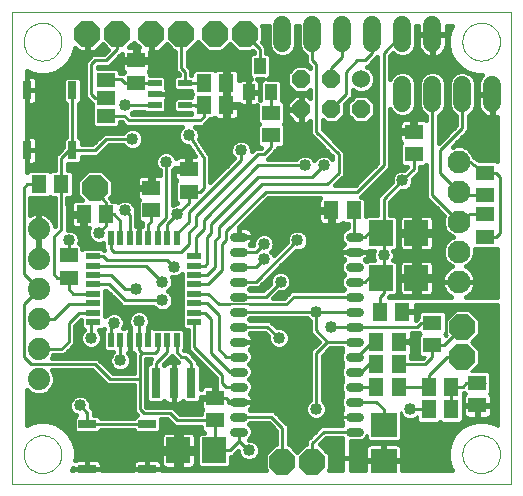
<source format=gtl>
G75*
G70*
%OFA0B0*%
%FSLAX24Y24*%
%IPPOS*%
%LPD*%
%AMOC8*
5,1,8,0,0,1.08239X$1,22.5*
%
%ADD10C,0.0000*%
%ADD11C,0.0300*%
%ADD12C,0.0760*%
%ADD13R,0.0394X0.0551*%
%ADD14R,0.0630X0.0512*%
%ADD15OC8,0.0850*%
%ADD16R,0.0300X0.0600*%
%ADD17R,0.0220X0.0500*%
%ADD18R,0.0500X0.0220*%
%ADD19C,0.0740*%
%ADD20R,0.0512X0.0630*%
%ADD21R,0.0591X0.0512*%
%ADD22R,0.0472X0.0217*%
%ADD23R,0.0512X0.0591*%
%ADD24R,0.0630X0.0460*%
%ADD25R,0.0787X0.0866*%
%ADD26R,0.0866X0.0787*%
%ADD27C,0.0600*%
%ADD28OC8,0.0600*%
%ADD29C,0.0600*%
%ADD30R,0.0315X0.1024*%
%ADD31R,0.0600X0.0300*%
%ADD32C,0.0160*%
%ADD33C,0.0400*%
%ADD34C,0.0100*%
%ADD35C,0.0080*%
D10*
X000126Y000126D02*
X000126Y015872D01*
X016746Y015872D01*
X016746Y000126D01*
X000126Y000126D01*
X000496Y001126D02*
X000498Y001176D01*
X000504Y001226D01*
X000514Y001275D01*
X000528Y001323D01*
X000545Y001370D01*
X000566Y001415D01*
X000591Y001459D01*
X000619Y001500D01*
X000651Y001539D01*
X000685Y001576D01*
X000722Y001610D01*
X000762Y001640D01*
X000804Y001667D01*
X000848Y001691D01*
X000894Y001712D01*
X000941Y001728D01*
X000989Y001741D01*
X001039Y001750D01*
X001088Y001755D01*
X001139Y001756D01*
X001189Y001753D01*
X001238Y001746D01*
X001287Y001735D01*
X001335Y001720D01*
X001381Y001702D01*
X001426Y001680D01*
X001469Y001654D01*
X001510Y001625D01*
X001549Y001593D01*
X001585Y001558D01*
X001617Y001520D01*
X001647Y001480D01*
X001674Y001437D01*
X001697Y001393D01*
X001716Y001347D01*
X001732Y001299D01*
X001744Y001250D01*
X001752Y001201D01*
X001756Y001151D01*
X001756Y001101D01*
X001752Y001051D01*
X001744Y001002D01*
X001732Y000953D01*
X001716Y000905D01*
X001697Y000859D01*
X001674Y000815D01*
X001647Y000772D01*
X001617Y000732D01*
X001585Y000694D01*
X001549Y000659D01*
X001510Y000627D01*
X001469Y000598D01*
X001426Y000572D01*
X001381Y000550D01*
X001335Y000532D01*
X001287Y000517D01*
X001238Y000506D01*
X001189Y000499D01*
X001139Y000496D01*
X001088Y000497D01*
X001039Y000502D01*
X000989Y000511D01*
X000941Y000524D01*
X000894Y000540D01*
X000848Y000561D01*
X000804Y000585D01*
X000762Y000612D01*
X000722Y000642D01*
X000685Y000676D01*
X000651Y000713D01*
X000619Y000752D01*
X000591Y000793D01*
X000566Y000837D01*
X000545Y000882D01*
X000528Y000929D01*
X000514Y000977D01*
X000504Y001026D01*
X000498Y001076D01*
X000496Y001126D01*
X000496Y014876D02*
X000498Y014926D01*
X000504Y014976D01*
X000514Y015025D01*
X000528Y015073D01*
X000545Y015120D01*
X000566Y015165D01*
X000591Y015209D01*
X000619Y015250D01*
X000651Y015289D01*
X000685Y015326D01*
X000722Y015360D01*
X000762Y015390D01*
X000804Y015417D01*
X000848Y015441D01*
X000894Y015462D01*
X000941Y015478D01*
X000989Y015491D01*
X001039Y015500D01*
X001088Y015505D01*
X001139Y015506D01*
X001189Y015503D01*
X001238Y015496D01*
X001287Y015485D01*
X001335Y015470D01*
X001381Y015452D01*
X001426Y015430D01*
X001469Y015404D01*
X001510Y015375D01*
X001549Y015343D01*
X001585Y015308D01*
X001617Y015270D01*
X001647Y015230D01*
X001674Y015187D01*
X001697Y015143D01*
X001716Y015097D01*
X001732Y015049D01*
X001744Y015000D01*
X001752Y014951D01*
X001756Y014901D01*
X001756Y014851D01*
X001752Y014801D01*
X001744Y014752D01*
X001732Y014703D01*
X001716Y014655D01*
X001697Y014609D01*
X001674Y014565D01*
X001647Y014522D01*
X001617Y014482D01*
X001585Y014444D01*
X001549Y014409D01*
X001510Y014377D01*
X001469Y014348D01*
X001426Y014322D01*
X001381Y014300D01*
X001335Y014282D01*
X001287Y014267D01*
X001238Y014256D01*
X001189Y014249D01*
X001139Y014246D01*
X001088Y014247D01*
X001039Y014252D01*
X000989Y014261D01*
X000941Y014274D01*
X000894Y014290D01*
X000848Y014311D01*
X000804Y014335D01*
X000762Y014362D01*
X000722Y014392D01*
X000685Y014426D01*
X000651Y014463D01*
X000619Y014502D01*
X000591Y014543D01*
X000566Y014587D01*
X000545Y014632D01*
X000528Y014679D01*
X000514Y014727D01*
X000504Y014776D01*
X000498Y014826D01*
X000496Y014876D01*
X015121Y014876D02*
X015123Y014926D01*
X015129Y014976D01*
X015139Y015025D01*
X015153Y015073D01*
X015170Y015120D01*
X015191Y015165D01*
X015216Y015209D01*
X015244Y015250D01*
X015276Y015289D01*
X015310Y015326D01*
X015347Y015360D01*
X015387Y015390D01*
X015429Y015417D01*
X015473Y015441D01*
X015519Y015462D01*
X015566Y015478D01*
X015614Y015491D01*
X015664Y015500D01*
X015713Y015505D01*
X015764Y015506D01*
X015814Y015503D01*
X015863Y015496D01*
X015912Y015485D01*
X015960Y015470D01*
X016006Y015452D01*
X016051Y015430D01*
X016094Y015404D01*
X016135Y015375D01*
X016174Y015343D01*
X016210Y015308D01*
X016242Y015270D01*
X016272Y015230D01*
X016299Y015187D01*
X016322Y015143D01*
X016341Y015097D01*
X016357Y015049D01*
X016369Y015000D01*
X016377Y014951D01*
X016381Y014901D01*
X016381Y014851D01*
X016377Y014801D01*
X016369Y014752D01*
X016357Y014703D01*
X016341Y014655D01*
X016322Y014609D01*
X016299Y014565D01*
X016272Y014522D01*
X016242Y014482D01*
X016210Y014444D01*
X016174Y014409D01*
X016135Y014377D01*
X016094Y014348D01*
X016051Y014322D01*
X016006Y014300D01*
X015960Y014282D01*
X015912Y014267D01*
X015863Y014256D01*
X015814Y014249D01*
X015764Y014246D01*
X015713Y014247D01*
X015664Y014252D01*
X015614Y014261D01*
X015566Y014274D01*
X015519Y014290D01*
X015473Y014311D01*
X015429Y014335D01*
X015387Y014362D01*
X015347Y014392D01*
X015310Y014426D01*
X015276Y014463D01*
X015244Y014502D01*
X015216Y014543D01*
X015191Y014587D01*
X015170Y014632D01*
X015153Y014679D01*
X015139Y014727D01*
X015129Y014776D01*
X015123Y014826D01*
X015121Y014876D01*
X015121Y001126D02*
X015123Y001176D01*
X015129Y001226D01*
X015139Y001275D01*
X015153Y001323D01*
X015170Y001370D01*
X015191Y001415D01*
X015216Y001459D01*
X015244Y001500D01*
X015276Y001539D01*
X015310Y001576D01*
X015347Y001610D01*
X015387Y001640D01*
X015429Y001667D01*
X015473Y001691D01*
X015519Y001712D01*
X015566Y001728D01*
X015614Y001741D01*
X015664Y001750D01*
X015713Y001755D01*
X015764Y001756D01*
X015814Y001753D01*
X015863Y001746D01*
X015912Y001735D01*
X015960Y001720D01*
X016006Y001702D01*
X016051Y001680D01*
X016094Y001654D01*
X016135Y001625D01*
X016174Y001593D01*
X016210Y001558D01*
X016242Y001520D01*
X016272Y001480D01*
X016299Y001437D01*
X016322Y001393D01*
X016341Y001347D01*
X016357Y001299D01*
X016369Y001250D01*
X016377Y001201D01*
X016381Y001151D01*
X016381Y001101D01*
X016377Y001051D01*
X016369Y001002D01*
X016357Y000953D01*
X016341Y000905D01*
X016322Y000859D01*
X016299Y000815D01*
X016272Y000772D01*
X016242Y000732D01*
X016210Y000694D01*
X016174Y000659D01*
X016135Y000627D01*
X016094Y000598D01*
X016051Y000572D01*
X016006Y000550D01*
X015960Y000532D01*
X015912Y000517D01*
X015863Y000506D01*
X015814Y000499D01*
X015764Y000496D01*
X015713Y000497D01*
X015664Y000502D01*
X015614Y000511D01*
X015566Y000524D01*
X015519Y000540D01*
X015473Y000561D01*
X015429Y000585D01*
X015387Y000612D01*
X015347Y000642D01*
X015310Y000676D01*
X015276Y000713D01*
X015244Y000752D01*
X015216Y000793D01*
X015191Y000837D01*
X015170Y000882D01*
X015153Y000929D01*
X015139Y000977D01*
X015129Y001026D01*
X015123Y001076D01*
X015121Y001126D01*
D11*
X011676Y001876D02*
X011376Y001876D01*
X011376Y002376D02*
X011676Y002376D01*
X011676Y002876D02*
X011376Y002876D01*
X011376Y003376D02*
X011676Y003376D01*
X011676Y003876D02*
X011376Y003876D01*
X011376Y004376D02*
X011676Y004376D01*
X011676Y004876D02*
X011376Y004876D01*
X011376Y005376D02*
X011676Y005376D01*
X011676Y005876D02*
X011376Y005876D01*
X011376Y006376D02*
X011676Y006376D01*
X011676Y006876D02*
X011376Y006876D01*
X011376Y007376D02*
X011676Y007376D01*
X011676Y007876D02*
X011376Y007876D01*
X011376Y008376D02*
X011676Y008376D01*
X007826Y008376D02*
X007526Y008376D01*
X007526Y007876D02*
X007826Y007876D01*
X007826Y007376D02*
X007526Y007376D01*
X007526Y006876D02*
X007826Y006876D01*
X007826Y006376D02*
X007526Y006376D01*
X007526Y005876D02*
X007826Y005876D01*
X007826Y005376D02*
X007526Y005376D01*
X007526Y004876D02*
X007826Y004876D01*
X007826Y004376D02*
X007526Y004376D01*
X007526Y003876D02*
X007826Y003876D01*
X007826Y003376D02*
X007526Y003376D01*
X007526Y002876D02*
X007826Y002876D01*
X007826Y002376D02*
X007526Y002376D01*
X007526Y001876D02*
X007826Y001876D01*
D12*
X015001Y006876D03*
X015001Y007876D03*
X015001Y008876D03*
X015001Y009876D03*
X015001Y010876D03*
D13*
X008750Y013193D03*
X008002Y013193D03*
X008376Y014059D03*
D14*
X008751Y012500D03*
X008751Y011752D03*
X014126Y005500D03*
X014126Y004752D03*
X015876Y008377D03*
X015876Y009125D03*
X015876Y009752D03*
X015876Y010500D03*
D15*
X015126Y005376D03*
X015126Y004376D03*
X010126Y000876D03*
X009126Y000876D03*
X002876Y010001D03*
X002626Y015126D03*
X003626Y015126D03*
X004751Y015126D03*
X005751Y015126D03*
X006876Y015126D03*
X007876Y015126D03*
D16*
X002126Y013251D03*
X000626Y013251D03*
X000626Y011251D03*
X002126Y011251D03*
D17*
X003398Y008316D03*
X003713Y008316D03*
X004028Y008316D03*
X004343Y008316D03*
X004658Y008316D03*
X004973Y008316D03*
X005288Y008316D03*
X005603Y008316D03*
X005603Y004936D03*
X005288Y004936D03*
X004973Y004936D03*
X004658Y004936D03*
X004343Y004936D03*
X004028Y004936D03*
X003713Y004936D03*
X003398Y004936D03*
D18*
X002811Y005523D03*
X002811Y005838D03*
X002811Y006153D03*
X002811Y006468D03*
X002811Y006783D03*
X002811Y007098D03*
X002811Y007413D03*
X002811Y007728D03*
X006191Y007728D03*
X006191Y007413D03*
X006191Y007098D03*
X006191Y006783D03*
X006191Y006468D03*
X006191Y006153D03*
X006191Y005838D03*
X006191Y005523D03*
D19*
X001001Y005626D03*
X001001Y006626D03*
X001001Y007626D03*
X001001Y008626D03*
X001001Y004626D03*
X001001Y003626D03*
D20*
X001002Y010126D03*
X001750Y010126D03*
X012252Y004876D03*
X013000Y004876D03*
X014002Y003376D03*
X014750Y003376D03*
X014750Y002626D03*
X014002Y002626D03*
D21*
X015626Y002752D03*
X015626Y003500D03*
X013501Y011127D03*
X013501Y011875D03*
X006001Y010625D03*
X006001Y009877D03*
X004751Y010000D03*
X004751Y009252D03*
X002001Y007750D03*
X002001Y007002D03*
X006876Y003000D03*
X006876Y002252D03*
X004251Y013502D03*
X004251Y014250D03*
D22*
X004864Y013500D03*
X004864Y013126D03*
X004864Y012752D03*
X005887Y012752D03*
X005887Y013500D03*
D23*
X006502Y013501D03*
X007250Y013501D03*
X007250Y012751D03*
X006502Y012751D03*
X003250Y009126D03*
X002502Y009126D03*
X010752Y009251D03*
X011500Y009251D03*
X012377Y005876D03*
X013125Y005876D03*
X013000Y004126D03*
X012252Y004126D03*
X012252Y003376D03*
X013000Y003376D03*
D24*
X003251Y012401D03*
X003251Y013001D03*
X003251Y013601D03*
D25*
X012410Y008501D03*
X013591Y008501D03*
X013591Y007001D03*
X012410Y007001D03*
X006841Y001251D03*
X005660Y001251D03*
D26*
X012501Y000910D03*
X012501Y002091D03*
D27*
X011751Y013626D03*
D28*
X011751Y012626D03*
X010751Y012626D03*
X010751Y013626D03*
X009751Y013626D03*
X009751Y012626D03*
D29*
X010126Y014826D02*
X010126Y015426D01*
X011126Y015426D02*
X011126Y014826D01*
X012126Y014826D02*
X012126Y015426D01*
X013126Y015426D02*
X013126Y014826D01*
X014126Y014826D02*
X014126Y015426D01*
X014126Y013426D02*
X014126Y012826D01*
X015126Y012826D02*
X015126Y013426D01*
X016126Y013426D02*
X016126Y012826D01*
X013126Y012826D02*
X013126Y013426D01*
X009126Y014826D02*
X009126Y015426D01*
D30*
X006091Y003501D03*
X005501Y003501D03*
X004910Y003501D03*
D31*
X004626Y002126D03*
X004626Y000626D03*
X002626Y000626D03*
X002626Y002126D03*
D32*
X002992Y001816D02*
X002259Y001816D01*
X002166Y001909D01*
X002166Y002342D01*
X002241Y002417D01*
X002172Y002445D01*
X002070Y002547D01*
X002016Y002679D01*
X002016Y002822D01*
X002070Y002955D01*
X002172Y003056D01*
X002304Y003111D01*
X002447Y003111D01*
X002580Y003056D01*
X002681Y002955D01*
X002736Y002822D01*
X002736Y002688D01*
X002836Y002588D01*
X002836Y002436D01*
X002992Y002436D01*
X003086Y002342D01*
X003086Y002336D01*
X004166Y002336D01*
X004166Y002342D01*
X004259Y002436D01*
X004269Y002436D01*
X004166Y002539D01*
X004166Y002713D01*
X004166Y003416D01*
X003289Y003416D01*
X003166Y003539D01*
X002789Y003916D01*
X001454Y003916D01*
X001531Y003731D01*
X001531Y003520D01*
X001450Y003325D01*
X001301Y003176D01*
X001106Y003096D01*
X000895Y003096D01*
X000700Y003176D01*
X000606Y003271D01*
X000606Y002107D01*
X000697Y002160D01*
X000979Y002236D01*
X001272Y002236D01*
X001554Y002160D01*
X001807Y002014D01*
X002014Y001807D01*
X002160Y001554D01*
X002236Y001272D01*
X002236Y000979D01*
X002220Y000923D01*
X002256Y000943D01*
X002302Y000956D01*
X002626Y000956D01*
X002626Y000626D01*
X002626Y000626D01*
X003106Y000626D01*
X003106Y000799D01*
X003093Y000845D01*
X003070Y000886D01*
X003036Y000920D01*
X002995Y000943D01*
X002949Y000956D01*
X002626Y000956D01*
X002626Y000626D01*
X002626Y000626D01*
X003106Y000626D01*
X003106Y000606D01*
X004146Y000606D01*
X004146Y000626D01*
X004626Y000626D01*
X004626Y000626D01*
X004626Y000956D01*
X004949Y000956D01*
X004995Y000943D01*
X005036Y000920D01*
X005070Y000886D01*
X005086Y000857D01*
X005086Y001171D01*
X005580Y001171D01*
X005580Y001331D01*
X005580Y001864D01*
X005243Y001864D01*
X005197Y001851D01*
X005156Y001828D01*
X005122Y001794D01*
X005099Y001753D01*
X005086Y001707D01*
X005086Y001331D01*
X005580Y001331D01*
X005740Y001331D01*
X005740Y001864D01*
X006077Y001864D01*
X006123Y001851D01*
X006164Y001828D01*
X006198Y001794D01*
X006221Y001753D01*
X006234Y001707D01*
X006234Y001331D01*
X005740Y001331D01*
X005740Y001171D01*
X006234Y001171D01*
X006234Y000794D01*
X006221Y000748D01*
X006198Y000707D01*
X006164Y000673D01*
X006123Y000650D01*
X006077Y000638D01*
X005740Y000638D01*
X005740Y001171D01*
X005580Y001171D01*
X005580Y000638D01*
X005243Y000638D01*
X005197Y000650D01*
X005156Y000673D01*
X005122Y000707D01*
X005106Y000736D01*
X005106Y000626D01*
X004626Y000626D01*
X004626Y000626D01*
X004626Y000956D01*
X004302Y000956D01*
X004256Y000943D01*
X004215Y000920D01*
X004182Y000886D01*
X004158Y000845D01*
X004146Y000799D01*
X004146Y000626D01*
X004626Y000626D01*
X005106Y000626D01*
X005106Y000606D01*
X008568Y000606D01*
X008541Y000633D01*
X008541Y001118D01*
X008883Y001461D01*
X008916Y001461D01*
X008916Y001914D01*
X008664Y002166D01*
X008054Y002166D01*
X008014Y002126D01*
X008088Y002051D01*
X008136Y001937D01*
X008136Y001814D01*
X008088Y001700D01*
X008001Y001613D01*
X007996Y001611D01*
X008072Y001611D01*
X008205Y001556D01*
X008306Y001455D01*
X008361Y001322D01*
X008361Y001179D01*
X008306Y001047D01*
X008205Y000945D01*
X008072Y000891D01*
X007929Y000891D01*
X007797Y000945D01*
X007695Y001047D01*
X007641Y001179D01*
X007641Y001219D01*
X007586Y001164D01*
X007463Y001041D01*
X007395Y001041D01*
X007395Y000751D01*
X007301Y000658D01*
X006381Y000658D01*
X006287Y000751D01*
X006287Y001750D01*
X006381Y001844D01*
X006506Y001844D01*
X006420Y001929D01*
X006420Y002041D01*
X005713Y002041D01*
X005713Y002041D01*
X005626Y002041D01*
X005539Y002041D01*
X005539Y002041D01*
X005539Y002041D01*
X005477Y002102D01*
X005416Y002163D01*
X005416Y002164D01*
X005289Y002291D01*
X005086Y002291D01*
X005086Y001909D01*
X004992Y001816D01*
X004259Y001816D01*
X004166Y001909D01*
X004166Y001916D01*
X003086Y001916D01*
X003086Y001909D01*
X002992Y001816D01*
X003045Y001869D02*
X004206Y001869D01*
X004168Y002345D02*
X003083Y002345D01*
X002836Y002503D02*
X004201Y002503D01*
X004166Y002662D02*
X002762Y002662D01*
X002736Y002820D02*
X004166Y002820D01*
X004166Y002979D02*
X002657Y002979D01*
X002094Y002979D02*
X000606Y002979D01*
X000606Y003137D02*
X000795Y003137D01*
X000606Y002820D02*
X002016Y002820D01*
X002023Y002662D02*
X000606Y002662D01*
X000606Y002503D02*
X002114Y002503D01*
X002168Y002345D02*
X000606Y002345D01*
X000606Y002186D02*
X000795Y002186D01*
X001456Y002186D02*
X002166Y002186D01*
X002166Y002028D02*
X001783Y002028D01*
X001952Y001869D02*
X002206Y001869D01*
X002069Y001711D02*
X005087Y001711D01*
X005086Y001552D02*
X002160Y001552D01*
X002203Y001394D02*
X005086Y001394D01*
X005086Y001077D02*
X002236Y001077D01*
X002236Y001235D02*
X005580Y001235D01*
X005580Y001077D02*
X005740Y001077D01*
X005740Y001235D02*
X006287Y001235D01*
X006287Y001077D02*
X006234Y001077D01*
X006234Y000918D02*
X006287Y000918D01*
X006287Y000760D02*
X006225Y000760D01*
X005740Y000760D02*
X005580Y000760D01*
X005580Y000918D02*
X005740Y000918D01*
X005740Y001394D02*
X005580Y001394D01*
X005580Y001552D02*
X005740Y001552D01*
X005740Y001711D02*
X005580Y001711D01*
X005393Y002186D02*
X005086Y002186D01*
X005086Y002028D02*
X006420Y002028D01*
X006481Y001869D02*
X005045Y001869D01*
X005670Y002503D02*
X006420Y002503D01*
X006420Y002461D02*
X005713Y002461D01*
X005463Y002711D01*
X004588Y002711D01*
X004586Y002713D01*
X004586Y004291D01*
X004744Y004291D01*
X004700Y004247D01*
X004700Y004172D01*
X004686Y004172D01*
X004593Y004079D01*
X004593Y002923D01*
X004686Y002829D01*
X005134Y002829D01*
X005193Y002888D01*
X005199Y002878D01*
X005233Y002845D01*
X005274Y002821D01*
X005319Y002809D01*
X005501Y002809D01*
X005682Y002809D01*
X005728Y002821D01*
X005769Y002845D01*
X005802Y002878D01*
X005808Y002888D01*
X005867Y002829D01*
X006315Y002829D01*
X006400Y002914D01*
X006400Y002720D01*
X006413Y002674D01*
X006436Y002633D01*
X006458Y002611D01*
X006420Y002574D01*
X006420Y002461D01*
X006420Y002662D02*
X005512Y002662D01*
X005501Y002809D02*
X005501Y003501D01*
X005501Y003501D01*
X005501Y004192D01*
X005637Y004192D01*
X005541Y004289D01*
X005438Y004391D01*
X005375Y004328D01*
X005177Y004130D01*
X005193Y004113D01*
X005199Y004123D01*
X005233Y004156D01*
X005274Y004180D01*
X005319Y004192D01*
X005501Y004192D01*
X005501Y003501D01*
X005501Y003501D01*
X005501Y002809D01*
X005501Y002820D02*
X005501Y002820D01*
X005501Y002979D02*
X005501Y002979D01*
X005501Y003137D02*
X005501Y003137D01*
X005501Y003296D02*
X005501Y003296D01*
X005501Y003454D02*
X005501Y003454D01*
X005501Y003613D02*
X005501Y003613D01*
X005501Y003771D02*
X005501Y003771D01*
X005501Y003930D02*
X005501Y003930D01*
X005501Y004088D02*
X005501Y004088D01*
X005583Y004247D02*
X005294Y004247D01*
X004700Y004247D02*
X004586Y004247D01*
X004586Y004088D02*
X004602Y004088D01*
X004586Y003930D02*
X004593Y003930D01*
X004586Y003771D02*
X004593Y003771D01*
X004586Y003613D02*
X004593Y003613D01*
X004586Y003454D02*
X004593Y003454D01*
X004586Y003296D02*
X004593Y003296D01*
X004586Y003137D02*
X004593Y003137D01*
X004586Y002979D02*
X004593Y002979D01*
X004586Y002820D02*
X005277Y002820D01*
X005724Y002820D02*
X006400Y002820D01*
X006409Y002952D02*
X006409Y003048D01*
X006828Y003048D01*
X006828Y003436D01*
X006557Y003436D01*
X006511Y003423D01*
X006470Y003400D01*
X006436Y003366D01*
X006413Y003325D01*
X006409Y003310D01*
X006409Y004079D01*
X006315Y004172D01*
X006301Y004172D01*
X006301Y004247D01*
X005963Y004586D01*
X005839Y004586D01*
X005873Y004619D01*
X005873Y005252D01*
X005779Y005346D01*
X004851Y005346D01*
X004838Y005353D01*
X004792Y005366D01*
X004658Y005366D01*
X004652Y005366D01*
X004704Y005491D01*
X004704Y005635D01*
X004650Y005767D01*
X004548Y005868D01*
X004416Y005923D01*
X004273Y005923D01*
X004140Y005868D01*
X004039Y005767D01*
X003984Y005635D01*
X003984Y005491D01*
X004036Y005366D01*
X004028Y005366D01*
X003894Y005366D01*
X003849Y005353D01*
X003835Y005346D01*
X003826Y005346D01*
X003861Y005429D01*
X003861Y005572D01*
X003806Y005705D01*
X003705Y005806D01*
X003572Y005861D01*
X003429Y005861D01*
X003297Y005806D01*
X003221Y005730D01*
X003221Y006573D01*
X003256Y006573D01*
X003666Y006164D01*
X003789Y006041D01*
X004826Y006041D01*
X004922Y005945D01*
X005054Y005891D01*
X005197Y005891D01*
X005330Y005945D01*
X005431Y006047D01*
X005486Y006179D01*
X005486Y006322D01*
X005431Y006455D01*
X005330Y006556D01*
X005312Y006563D01*
X005330Y006570D01*
X005431Y006672D01*
X005486Y006804D01*
X005486Y006947D01*
X005457Y007016D01*
X005572Y007016D01*
X005705Y007070D01*
X005781Y007146D01*
X005781Y005347D01*
X005874Y005253D01*
X005981Y005253D01*
X005981Y004599D01*
X006916Y003664D01*
X006916Y003414D01*
X006924Y003406D01*
X006924Y003048D01*
X006828Y003048D01*
X006828Y002952D01*
X006409Y002952D01*
X006409Y002979D02*
X006828Y002979D01*
X006828Y003137D02*
X006924Y003137D01*
X006924Y003296D02*
X006828Y003296D01*
X006916Y003454D02*
X006409Y003454D01*
X006409Y003613D02*
X006916Y003613D01*
X006808Y003771D02*
X006409Y003771D01*
X006409Y003930D02*
X006650Y003930D01*
X006491Y004088D02*
X006399Y004088D01*
X006333Y004247D02*
X006301Y004247D01*
X006174Y004405D02*
X006143Y004405D01*
X006016Y004564D02*
X005985Y004564D01*
X005981Y004722D02*
X005873Y004722D01*
X005873Y004881D02*
X005981Y004881D01*
X005981Y005039D02*
X005873Y005039D01*
X005873Y005198D02*
X005981Y005198D01*
X005781Y005356D02*
X004827Y005356D01*
X004658Y005356D02*
X004658Y005356D01*
X004658Y005366D02*
X004658Y004936D01*
X004658Y004936D01*
X004658Y005366D01*
X004704Y005515D02*
X005781Y005515D01*
X005781Y005673D02*
X004688Y005673D01*
X004585Y005832D02*
X005781Y005832D01*
X005781Y005990D02*
X005374Y005990D01*
X005473Y006149D02*
X005781Y006149D01*
X005781Y006307D02*
X005486Y006307D01*
X005420Y006466D02*
X005781Y006466D01*
X005781Y006624D02*
X005383Y006624D01*
X005477Y006783D02*
X005781Y006783D01*
X005781Y006941D02*
X005486Y006941D01*
X005734Y007100D02*
X005781Y007100D01*
X004877Y005990D02*
X003221Y005990D01*
X003221Y005832D02*
X003359Y005832D01*
X003642Y005832D02*
X004104Y005832D01*
X004000Y005673D02*
X003819Y005673D01*
X003861Y005515D02*
X003984Y005515D01*
X004028Y005366D02*
X004028Y004936D01*
X004028Y004936D01*
X004028Y005366D01*
X004028Y005356D02*
X004028Y005356D01*
X004028Y005198D02*
X004028Y005198D01*
X004028Y005039D02*
X004028Y005039D01*
X004028Y004936D02*
X004028Y004506D01*
X004028Y004936D01*
X004028Y004936D01*
X004028Y004881D02*
X004028Y004881D01*
X004028Y004722D02*
X004028Y004722D01*
X004028Y004564D02*
X004028Y004564D01*
X004028Y004506D02*
X004136Y004506D01*
X004166Y004476D01*
X004166Y003836D01*
X003463Y003836D01*
X002963Y004336D01*
X001454Y004336D01*
X001487Y004416D01*
X001838Y004416D01*
X001961Y004539D01*
X002211Y004789D01*
X002211Y005414D01*
X002401Y005604D01*
X002401Y005347D01*
X002494Y005253D01*
X002445Y005205D01*
X002391Y005072D01*
X002391Y004929D01*
X002445Y004797D01*
X002547Y004695D01*
X002679Y004641D01*
X002822Y004641D01*
X002955Y004695D01*
X003056Y004797D01*
X003111Y004929D01*
X003111Y005072D01*
X003056Y005205D01*
X003007Y005253D01*
X003127Y005253D01*
X003188Y005314D01*
X003188Y005312D01*
X003128Y005252D01*
X003128Y004619D01*
X003222Y004526D01*
X003485Y004526D01*
X003414Y004455D01*
X003359Y004322D01*
X003359Y004179D01*
X003414Y004047D01*
X003515Y003945D01*
X003648Y003891D01*
X003791Y003891D01*
X003923Y003945D01*
X004025Y004047D01*
X004079Y004179D01*
X004079Y004322D01*
X004025Y004455D01*
X003973Y004506D01*
X004028Y004506D01*
X004045Y004405D02*
X004166Y004405D01*
X004166Y004247D02*
X004079Y004247D01*
X004042Y004088D02*
X004166Y004088D01*
X004166Y003930D02*
X003885Y003930D01*
X003554Y003930D02*
X003369Y003930D01*
X003397Y004088D02*
X003210Y004088D01*
X003359Y004247D02*
X003052Y004247D01*
X003184Y004564D02*
X001986Y004564D01*
X002144Y004722D02*
X002520Y004722D01*
X002411Y004881D02*
X002211Y004881D01*
X002211Y005039D02*
X002391Y005039D01*
X002443Y005198D02*
X002211Y005198D01*
X002211Y005356D02*
X002401Y005356D01*
X002401Y005515D02*
X002312Y005515D01*
X003059Y005198D02*
X003128Y005198D01*
X003188Y005314D02*
X003188Y005314D01*
X003128Y005039D02*
X003111Y005039D01*
X003128Y004881D02*
X003091Y004881D01*
X003128Y004722D02*
X002981Y004722D01*
X003394Y004405D02*
X001483Y004405D01*
X001514Y003771D02*
X002933Y003771D01*
X003092Y003613D02*
X001531Y003613D01*
X001503Y003454D02*
X003250Y003454D01*
X004166Y003296D02*
X001420Y003296D01*
X001206Y003137D02*
X004166Y003137D01*
X004658Y005039D02*
X004658Y005039D01*
X004658Y005198D02*
X004658Y005198D01*
X003859Y005356D02*
X003830Y005356D01*
X003681Y006149D02*
X003221Y006149D01*
X003221Y006307D02*
X003522Y006307D01*
X003364Y006466D02*
X003221Y006466D01*
X003188Y007938D02*
X003187Y007938D01*
X003127Y007998D01*
X002494Y007998D01*
X002456Y007959D01*
X002456Y008072D01*
X002362Y008166D01*
X002355Y008166D01*
X002361Y008179D01*
X002361Y008322D01*
X002306Y008455D01*
X002205Y008556D01*
X002072Y008611D01*
X001961Y008611D01*
X001961Y009463D01*
X001960Y009464D01*
X001960Y009651D01*
X002072Y009651D01*
X002166Y009744D01*
X002166Y010507D01*
X002072Y010601D01*
X001961Y010601D01*
X001961Y010791D01*
X002342Y010791D01*
X002436Y010884D01*
X002436Y011041D01*
X002963Y011041D01*
X003086Y011164D01*
X003338Y011416D01*
X003826Y011416D01*
X003922Y011320D01*
X004054Y011266D01*
X004197Y011266D01*
X004330Y011320D01*
X004431Y011422D01*
X004486Y011554D01*
X004486Y011697D01*
X004431Y011830D01*
X004330Y011931D01*
X004197Y011986D01*
X004054Y011986D01*
X003922Y011931D01*
X003826Y011836D01*
X003164Y011836D01*
X002789Y011461D01*
X002436Y011461D01*
X002436Y011617D01*
X002342Y011711D01*
X002336Y011711D01*
X002336Y012791D01*
X002342Y012791D01*
X002436Y012884D01*
X002436Y013617D01*
X002342Y013711D01*
X001909Y013711D01*
X001816Y013617D01*
X001816Y012884D01*
X001909Y012791D01*
X001916Y012791D01*
X001916Y011711D01*
X001909Y011711D01*
X001816Y011617D01*
X001816Y011363D01*
X001664Y011211D01*
X001541Y011088D01*
X001541Y010601D01*
X001427Y010601D01*
X001376Y010549D01*
X001324Y010601D01*
X000679Y010601D01*
X000606Y010527D01*
X000606Y010771D01*
X000626Y010771D01*
X000799Y010771D01*
X000845Y010783D01*
X000886Y010807D01*
X000920Y010840D01*
X000943Y010881D01*
X000956Y010927D01*
X000956Y011251D01*
X000956Y011574D01*
X000943Y011620D01*
X000920Y011661D01*
X000886Y011695D01*
X000845Y011718D01*
X000799Y011731D01*
X000626Y011731D01*
X000626Y011251D01*
X000626Y011251D01*
X000956Y011251D01*
X000626Y011251D01*
X000626Y011251D01*
X000626Y011731D01*
X000606Y011731D01*
X000606Y012771D01*
X000626Y012771D01*
X000799Y012771D01*
X000845Y012783D01*
X000886Y012807D01*
X000920Y012840D01*
X000943Y012881D01*
X000956Y012927D01*
X000956Y013251D01*
X000956Y013574D01*
X000943Y013620D01*
X000920Y013661D01*
X000886Y013695D01*
X000845Y013718D01*
X000799Y013731D01*
X000626Y013731D01*
X000626Y013251D01*
X000626Y013251D01*
X000956Y013251D01*
X000626Y013251D01*
X000626Y013251D01*
X000626Y013731D01*
X000606Y013731D01*
X000606Y013894D01*
X000697Y013841D01*
X000979Y013766D01*
X001272Y013766D01*
X001554Y013841D01*
X001807Y013987D01*
X002014Y014194D01*
X002160Y014447D01*
X002221Y014675D01*
X002375Y014521D01*
X002606Y014521D01*
X002606Y015106D01*
X002646Y015106D01*
X002646Y014521D01*
X002876Y014521D01*
X003140Y014784D01*
X003313Y014610D01*
X003164Y014461D01*
X002789Y014461D01*
X002664Y014336D01*
X002541Y014213D01*
X002541Y013039D01*
X002666Y012914D01*
X002776Y012804D01*
X002776Y012704D01*
X002779Y012701D01*
X002776Y012697D01*
X002776Y012104D01*
X002869Y012011D01*
X003632Y012011D01*
X003726Y012104D01*
X003726Y012191D01*
X003764Y012191D01*
X003791Y012164D01*
X003914Y012041D01*
X005781Y012041D01*
X005695Y011955D01*
X005641Y011822D01*
X005641Y011679D01*
X005695Y011547D01*
X005797Y011445D01*
X005929Y011391D01*
X005988Y011391D01*
X006208Y011061D01*
X006049Y011061D01*
X006049Y010673D01*
X005953Y010673D01*
X005953Y011061D01*
X005682Y011061D01*
X005636Y011048D01*
X005595Y011025D01*
X005583Y011013D01*
X005556Y011080D01*
X005455Y011181D01*
X005322Y011236D01*
X005179Y011236D01*
X005047Y011181D01*
X004945Y011080D01*
X004891Y010947D01*
X004891Y010804D01*
X004945Y010672D01*
X005041Y010576D01*
X005041Y010436D01*
X004799Y010436D01*
X004799Y010048D01*
X004703Y010048D01*
X004703Y010436D01*
X004432Y010436D01*
X004386Y010423D01*
X004345Y010400D01*
X004311Y010366D01*
X004288Y010325D01*
X004275Y010279D01*
X004275Y010048D01*
X004703Y010048D01*
X004703Y009952D01*
X004275Y009952D01*
X004275Y009720D01*
X004288Y009674D01*
X004311Y009633D01*
X004333Y009611D01*
X004295Y009574D01*
X004295Y008929D01*
X004389Y008836D01*
X004448Y008836D01*
X004448Y008746D01*
X004343Y008746D01*
X004238Y008746D01*
X004238Y009185D01*
X004236Y009188D01*
X004236Y009322D01*
X004181Y009455D01*
X004080Y009556D01*
X003947Y009611D01*
X003804Y009611D01*
X003672Y009556D01*
X003634Y009518D01*
X003572Y009581D01*
X003460Y009581D01*
X003460Y009589D01*
X003409Y009639D01*
X003380Y009678D01*
X003461Y009758D01*
X003461Y010243D01*
X003118Y010586D01*
X002633Y010586D01*
X002291Y010243D01*
X002291Y009758D01*
X002448Y009601D01*
X002222Y009601D01*
X002176Y009589D01*
X002135Y009565D01*
X002102Y009531D01*
X002078Y009490D01*
X002066Y009445D01*
X002066Y009174D01*
X002454Y009174D01*
X002454Y009078D01*
X002550Y009078D01*
X002550Y008650D01*
X002673Y008650D01*
X002641Y008572D01*
X002641Y008429D01*
X002695Y008297D01*
X002797Y008195D01*
X002929Y008141D01*
X003072Y008141D01*
X003128Y008164D01*
X003128Y007999D01*
X003188Y007939D01*
X003188Y007938D01*
X003128Y008051D02*
X002456Y008051D01*
X002361Y008209D02*
X002783Y008209D01*
X002666Y008368D02*
X002342Y008368D01*
X002234Y008526D02*
X002641Y008526D01*
X002550Y008685D02*
X002454Y008685D01*
X002454Y008650D02*
X002454Y009078D01*
X002066Y009078D01*
X002066Y008807D01*
X002078Y008761D01*
X002102Y008720D01*
X002135Y008686D01*
X002176Y008663D01*
X002222Y008650D01*
X002454Y008650D01*
X002454Y008843D02*
X002550Y008843D01*
X002550Y009002D02*
X002454Y009002D01*
X002454Y009160D02*
X001961Y009160D01*
X001961Y009002D02*
X002066Y009002D01*
X002066Y008843D02*
X001961Y008843D01*
X001961Y008685D02*
X002138Y008685D01*
X001541Y008732D02*
X001541Y009289D01*
X001540Y009290D01*
X001540Y009651D01*
X001427Y009651D01*
X001376Y009702D01*
X001324Y009651D01*
X000711Y009651D01*
X000711Y009095D01*
X000712Y009096D01*
X000789Y009135D01*
X000872Y009162D01*
X000957Y009176D01*
X000981Y009176D01*
X000981Y008646D01*
X001021Y008646D01*
X001021Y009176D01*
X001044Y009176D01*
X001129Y009162D01*
X001212Y009135D01*
X001289Y009096D01*
X001359Y009045D01*
X001420Y008984D01*
X001471Y008914D01*
X001510Y008837D01*
X001537Y008754D01*
X001541Y008732D01*
X001541Y008843D02*
X001507Y008843D01*
X001541Y009002D02*
X001402Y009002D01*
X001541Y009160D02*
X001135Y009160D01*
X001021Y009160D02*
X000981Y009160D01*
X000866Y009160D02*
X000711Y009160D01*
X000711Y009319D02*
X001540Y009319D01*
X001540Y009477D02*
X000711Y009477D01*
X000711Y009636D02*
X001540Y009636D01*
X001960Y009636D02*
X002413Y009636D01*
X002291Y009794D02*
X002166Y009794D01*
X002166Y009953D02*
X002291Y009953D01*
X002291Y010111D02*
X002166Y010111D01*
X002166Y010270D02*
X002317Y010270D01*
X002166Y010428D02*
X002476Y010428D01*
X002086Y010587D02*
X005030Y010587D01*
X004915Y010745D02*
X001961Y010745D01*
X001541Y010745D02*
X000606Y010745D01*
X000626Y010771D02*
X000626Y011251D01*
X000626Y010771D01*
X000626Y010904D02*
X000626Y010904D01*
X000626Y011062D02*
X000626Y011062D01*
X000626Y011221D02*
X000626Y011221D01*
X000626Y011251D02*
X000626Y011251D01*
X000626Y011379D02*
X000626Y011379D01*
X000626Y011538D02*
X000626Y011538D01*
X000626Y011696D02*
X000626Y011696D01*
X000606Y011855D02*
X001916Y011855D01*
X001916Y012013D02*
X000606Y012013D01*
X000606Y012172D02*
X001916Y012172D01*
X001916Y012330D02*
X000606Y012330D01*
X000606Y012489D02*
X001916Y012489D01*
X001916Y012647D02*
X000606Y012647D01*
X000626Y012771D02*
X000626Y013251D01*
X000626Y012771D01*
X000626Y012806D02*
X000626Y012806D01*
X000626Y012964D02*
X000626Y012964D01*
X000626Y013123D02*
X000626Y013123D01*
X000626Y013251D02*
X000626Y013251D01*
X000626Y013281D02*
X000626Y013281D01*
X000626Y013440D02*
X000626Y013440D01*
X000626Y013598D02*
X000626Y013598D01*
X000606Y013757D02*
X002541Y013757D01*
X002541Y013915D02*
X001682Y013915D01*
X001893Y014074D02*
X002541Y014074D01*
X002560Y014232D02*
X002036Y014232D01*
X002127Y014391D02*
X002719Y014391D01*
X002646Y014549D02*
X002606Y014549D01*
X002606Y014708D02*
X002646Y014708D01*
X002646Y014866D02*
X002606Y014866D01*
X002606Y015025D02*
X002646Y015025D01*
X003063Y014708D02*
X003216Y014708D01*
X003252Y014549D02*
X002905Y014549D01*
X003338Y014041D02*
X003461Y014164D01*
X003775Y014478D01*
X003775Y014298D01*
X004203Y014298D01*
X004203Y014686D01*
X004013Y014686D01*
X004174Y014847D01*
X004335Y014686D01*
X004299Y014686D01*
X004299Y014298D01*
X004726Y014298D01*
X004726Y014521D01*
X004731Y014521D01*
X004731Y015106D01*
X004771Y015106D01*
X004771Y014521D01*
X005001Y014521D01*
X005265Y014784D01*
X005508Y014541D01*
X005541Y014541D01*
X005541Y013914D01*
X005664Y013791D01*
X005666Y013789D01*
X005666Y013768D01*
X005585Y013768D01*
X005491Y013674D01*
X005491Y013325D01*
X005585Y013231D01*
X006086Y013231D01*
X006086Y013139D01*
X006099Y013126D01*
X006086Y013112D01*
X006086Y013020D01*
X005585Y013020D01*
X005491Y012926D01*
X005491Y012577D01*
X005585Y012483D01*
X006086Y012483D01*
X006086Y012461D01*
X004095Y012461D01*
X004175Y012541D01*
X004503Y012541D01*
X004561Y012483D01*
X005166Y012483D01*
X005260Y012577D01*
X005260Y012926D01*
X005257Y012929D01*
X005268Y012948D01*
X005280Y012994D01*
X005280Y013126D01*
X005280Y013258D01*
X005268Y013303D01*
X005257Y013322D01*
X005260Y013325D01*
X005260Y013674D01*
X005166Y013768D01*
X004706Y013768D01*
X004706Y013824D01*
X004668Y013861D01*
X004690Y013883D01*
X004714Y013924D01*
X004726Y013970D01*
X004726Y014202D01*
X004299Y014202D01*
X004299Y014298D01*
X004203Y014298D01*
X004203Y014202D01*
X003775Y014202D01*
X003775Y013970D01*
X003788Y013924D01*
X003811Y013883D01*
X003833Y013861D01*
X003807Y013836D01*
X003726Y013836D01*
X003726Y013897D01*
X003632Y013991D01*
X002961Y013991D01*
X002961Y014039D01*
X002963Y014041D01*
X003338Y014041D01*
X003371Y014074D02*
X003775Y014074D01*
X003793Y013915D02*
X003707Y013915D01*
X003529Y014232D02*
X004203Y014232D01*
X004299Y014232D02*
X005541Y014232D01*
X005541Y014074D02*
X004726Y014074D01*
X004708Y013915D02*
X005541Y013915D01*
X005574Y013757D02*
X005178Y013757D01*
X005260Y013598D02*
X005491Y013598D01*
X005491Y013440D02*
X005260Y013440D01*
X005274Y013281D02*
X005535Y013281D01*
X005280Y013126D02*
X004864Y013126D01*
X004864Y013126D01*
X005280Y013126D01*
X005280Y013123D02*
X006096Y013123D01*
X005529Y012964D02*
X005272Y012964D01*
X005260Y012806D02*
X005491Y012806D01*
X005491Y012647D02*
X005260Y012647D01*
X005172Y012489D02*
X005580Y012489D01*
X005754Y012013D02*
X003634Y012013D01*
X003726Y012172D02*
X003783Y012172D01*
X003845Y011855D02*
X002336Y011855D01*
X002336Y012013D02*
X002867Y012013D01*
X002776Y012172D02*
X002336Y012172D01*
X002336Y012330D02*
X002776Y012330D01*
X002776Y012489D02*
X002336Y012489D01*
X002336Y012647D02*
X002776Y012647D01*
X002774Y012806D02*
X002357Y012806D01*
X002436Y012964D02*
X002615Y012964D01*
X002541Y013123D02*
X002436Y013123D01*
X002436Y013281D02*
X002541Y013281D01*
X002541Y013440D02*
X002436Y013440D01*
X002436Y013598D02*
X002541Y013598D01*
X001816Y013598D02*
X000949Y013598D01*
X000956Y013440D02*
X001816Y013440D01*
X001816Y013281D02*
X000956Y013281D01*
X000956Y013123D02*
X001816Y013123D01*
X001816Y012964D02*
X000956Y012964D01*
X000884Y012806D02*
X001894Y012806D01*
X001895Y011696D02*
X000884Y011696D01*
X000956Y011538D02*
X001816Y011538D01*
X001816Y011379D02*
X000956Y011379D01*
X000956Y011221D02*
X001674Y011221D01*
X001541Y011062D02*
X000956Y011062D01*
X000949Y010904D02*
X001541Y010904D01*
X001413Y010587D02*
X001338Y010587D01*
X000665Y010587D02*
X000606Y010587D01*
X001960Y009477D02*
X002074Y009477D01*
X002066Y009319D02*
X001961Y009319D01*
X001021Y009002D02*
X000981Y009002D01*
X000981Y008843D02*
X001021Y008843D01*
X001021Y008685D02*
X000981Y008685D01*
X000981Y008606D02*
X001021Y008606D01*
X001021Y008076D01*
X001021Y007646D01*
X000981Y007646D01*
X000981Y008606D01*
X000981Y008526D02*
X001021Y008526D01*
X001021Y008368D02*
X000981Y008368D01*
X000981Y008209D02*
X001021Y008209D01*
X001021Y008051D02*
X000981Y008051D01*
X000981Y007892D02*
X001021Y007892D01*
X001021Y007734D02*
X000981Y007734D01*
X003413Y009636D02*
X004310Y009636D01*
X004295Y009477D02*
X004158Y009477D01*
X004236Y009319D02*
X004295Y009319D01*
X004295Y009160D02*
X004238Y009160D01*
X004238Y009002D02*
X004295Y009002D01*
X004238Y008843D02*
X004382Y008843D01*
X004343Y008746D02*
X004343Y008316D01*
X004343Y008746D01*
X004343Y008685D02*
X004343Y008685D01*
X004343Y008526D02*
X004343Y008526D01*
X004343Y008368D02*
X004343Y008368D01*
X004343Y008316D02*
X004343Y008316D01*
X005461Y009447D02*
X005461Y010576D01*
X005556Y010672D01*
X005556Y010673D01*
X005953Y010673D01*
X005953Y010577D01*
X005525Y010577D01*
X005525Y010345D01*
X005538Y010299D01*
X005561Y010258D01*
X005583Y010236D01*
X005545Y010199D01*
X005545Y009554D01*
X005614Y009486D01*
X005554Y009486D01*
X005461Y009447D01*
X005461Y009477D02*
X005533Y009477D01*
X005545Y009636D02*
X005461Y009636D01*
X005461Y009794D02*
X005545Y009794D01*
X005545Y009953D02*
X005461Y009953D01*
X005461Y010111D02*
X005545Y010111D01*
X005555Y010270D02*
X005461Y010270D01*
X005461Y010428D02*
X005525Y010428D01*
X005471Y010587D02*
X005953Y010587D01*
X005953Y010745D02*
X006049Y010745D01*
X006049Y010904D02*
X005953Y010904D01*
X006207Y011062D02*
X005563Y011062D01*
X005358Y011221D02*
X006102Y011221D01*
X005996Y011379D02*
X004388Y011379D01*
X004479Y011538D02*
X005704Y011538D01*
X005641Y011696D02*
X004486Y011696D01*
X004406Y011855D02*
X005654Y011855D01*
X006220Y012041D02*
X006306Y011955D01*
X006361Y011822D01*
X006361Y011679D01*
X006338Y011624D01*
X006664Y011134D01*
X006711Y011088D01*
X006711Y011064D01*
X006724Y011045D01*
X006711Y010980D01*
X006711Y010195D01*
X007504Y010988D01*
X007445Y011047D01*
X007391Y011179D01*
X007391Y011322D01*
X007445Y011455D01*
X007547Y011556D01*
X007679Y011611D01*
X007822Y011611D01*
X007955Y011556D01*
X008056Y011455D01*
X008111Y011322D01*
X008111Y011220D01*
X008226Y011336D01*
X008414Y011336D01*
X008414Y011336D01*
X008369Y011336D01*
X008276Y011429D01*
X008276Y012074D01*
X008327Y012126D01*
X008276Y012177D01*
X008276Y012754D01*
X008268Y012749D01*
X008222Y012737D01*
X008020Y012737D01*
X008020Y013174D01*
X007983Y013174D01*
X007983Y012737D01*
X007781Y012737D01*
X007735Y012749D01*
X007694Y012773D01*
X007669Y012799D01*
X007298Y012799D01*
X007298Y012703D01*
X007686Y012703D01*
X007686Y012432D01*
X007673Y012386D01*
X007650Y012345D01*
X007616Y012311D01*
X007575Y012288D01*
X007529Y012275D01*
X007298Y012275D01*
X007298Y012703D01*
X007202Y012703D01*
X007202Y012275D01*
X006970Y012275D01*
X006924Y012288D01*
X006883Y012311D01*
X006861Y012333D01*
X006824Y012295D01*
X006711Y012295D01*
X006711Y012289D01*
X006588Y012166D01*
X006463Y012041D01*
X006220Y012041D01*
X006247Y012013D02*
X008276Y012013D01*
X008276Y011855D02*
X006347Y011855D01*
X006361Y011696D02*
X008276Y011696D01*
X008276Y011538D02*
X007973Y011538D01*
X008087Y011379D02*
X008326Y011379D01*
X008111Y011221D02*
X008111Y011221D01*
X008633Y010961D02*
X008838Y011166D01*
X008961Y011289D01*
X008961Y011336D01*
X009132Y011336D01*
X009226Y011429D01*
X009226Y012074D01*
X009174Y012126D01*
X009226Y012177D01*
X009226Y012822D01*
X009132Y012916D01*
X009106Y012916D01*
X009106Y013534D01*
X009013Y013628D01*
X008644Y013628D01*
X008732Y013717D01*
X008732Y014401D01*
X008639Y014494D01*
X008586Y014494D01*
X008586Y014713D01*
X008463Y014836D01*
X008438Y014860D01*
X008461Y014883D01*
X008461Y015368D01*
X008437Y015392D01*
X008666Y015392D01*
X008666Y014734D01*
X008736Y014565D01*
X008865Y014436D01*
X009034Y014366D01*
X009217Y014366D01*
X009386Y014436D01*
X009516Y014565D01*
X009586Y014734D01*
X009586Y015392D01*
X009666Y015392D01*
X009666Y014734D01*
X009736Y014565D01*
X009865Y014436D01*
X009916Y014415D01*
X009916Y014164D01*
X010039Y014041D01*
X010041Y014039D01*
X010041Y013986D01*
X009941Y014086D01*
X009560Y014086D01*
X009291Y013816D01*
X009291Y013435D01*
X009560Y013166D01*
X009941Y013166D01*
X010041Y013265D01*
X010041Y013014D01*
X009949Y013106D01*
X009771Y013106D01*
X009771Y012646D01*
X009731Y012646D01*
X009731Y013106D01*
X009552Y013106D01*
X009271Y012824D01*
X009271Y012646D01*
X009731Y012646D01*
X009731Y012606D01*
X009771Y012606D01*
X009771Y012146D01*
X009949Y012146D01*
X010041Y012237D01*
X010041Y011789D01*
X010164Y011666D01*
X010791Y011039D01*
X010791Y010970D01*
X010705Y011056D01*
X010572Y011111D01*
X010429Y011111D01*
X010297Y011056D01*
X010195Y010955D01*
X010188Y010937D01*
X010181Y010955D01*
X010080Y011056D01*
X009947Y011111D01*
X009804Y011111D01*
X009672Y011056D01*
X009576Y010961D01*
X008633Y010961D01*
X008734Y011062D02*
X009687Y011062D01*
X010064Y011062D02*
X010312Y011062D01*
X010609Y011221D02*
X008893Y011221D01*
X009175Y011379D02*
X010450Y011379D01*
X010292Y011538D02*
X009226Y011538D01*
X009226Y011696D02*
X010133Y011696D01*
X010041Y011855D02*
X009226Y011855D01*
X009226Y012013D02*
X010041Y012013D01*
X010041Y012172D02*
X009975Y012172D01*
X009771Y012172D02*
X009731Y012172D01*
X009731Y012146D02*
X009731Y012606D01*
X009271Y012606D01*
X009271Y012427D01*
X009552Y012146D01*
X009731Y012146D01*
X009731Y012330D02*
X009771Y012330D01*
X009771Y012489D02*
X009731Y012489D01*
X009731Y012647D02*
X009771Y012647D01*
X009771Y012806D02*
X009731Y012806D01*
X009731Y012964D02*
X009771Y012964D01*
X010041Y013123D02*
X009106Y013123D01*
X009106Y013281D02*
X009445Y013281D01*
X009291Y013440D02*
X009106Y013440D01*
X009043Y013598D02*
X009291Y013598D01*
X009291Y013757D02*
X008732Y013757D01*
X008732Y013915D02*
X009390Y013915D01*
X009548Y014074D02*
X008732Y014074D01*
X008732Y014232D02*
X009916Y014232D01*
X009916Y014391D02*
X009277Y014391D01*
X009500Y014549D02*
X009752Y014549D01*
X009677Y014708D02*
X009575Y014708D01*
X009586Y014866D02*
X009666Y014866D01*
X009666Y015025D02*
X009586Y015025D01*
X009586Y015183D02*
X009666Y015183D01*
X009666Y015342D02*
X009586Y015342D01*
X008666Y015342D02*
X008461Y015342D01*
X008461Y015183D02*
X008666Y015183D01*
X008666Y015025D02*
X008461Y015025D01*
X008443Y014866D02*
X008666Y014866D01*
X008677Y014708D02*
X008586Y014708D01*
X008586Y014549D02*
X008752Y014549D01*
X008732Y014391D02*
X008974Y014391D01*
X008463Y014836D02*
X008463Y014836D01*
X008166Y014539D02*
X008166Y014494D01*
X008112Y014494D01*
X008019Y014401D01*
X008019Y013717D01*
X008087Y013648D01*
X008020Y013648D01*
X008020Y013211D01*
X007983Y013211D01*
X007983Y013648D01*
X007781Y013648D01*
X007735Y013636D01*
X007694Y013612D01*
X007686Y013603D01*
X007686Y013820D01*
X007673Y013865D01*
X007650Y013906D01*
X007616Y013940D01*
X007575Y013964D01*
X007529Y013976D01*
X007298Y013976D01*
X007298Y013549D01*
X007202Y013549D01*
X007202Y013976D01*
X006970Y013976D01*
X006924Y013964D01*
X006883Y013940D01*
X006861Y013918D01*
X006824Y013956D01*
X006179Y013956D01*
X006086Y013862D01*
X006086Y013768D01*
X006086Y013768D01*
X006086Y013963D01*
X005961Y014088D01*
X005961Y014541D01*
X005993Y014541D01*
X006313Y014861D01*
X006633Y014541D01*
X007118Y014541D01*
X007376Y014798D01*
X007633Y014541D01*
X008118Y014541D01*
X008141Y014563D01*
X008166Y014539D01*
X008155Y014549D02*
X008126Y014549D01*
X008019Y014391D02*
X005961Y014391D01*
X005961Y014232D02*
X008019Y014232D01*
X008019Y014074D02*
X005975Y014074D01*
X006086Y013915D02*
X006139Y013915D01*
X005541Y014391D02*
X004726Y014391D01*
X004731Y014549D02*
X004771Y014549D01*
X004771Y014708D02*
X004731Y014708D01*
X004731Y014866D02*
X004771Y014866D01*
X004771Y015025D02*
X004731Y015025D01*
X004313Y014708D02*
X004035Y014708D01*
X004203Y014549D02*
X004299Y014549D01*
X004299Y014391D02*
X004203Y014391D01*
X003775Y014391D02*
X003688Y014391D01*
X002346Y014549D02*
X002187Y014549D01*
X004123Y012489D02*
X004556Y012489D01*
X003863Y011379D02*
X003301Y011379D01*
X003143Y011221D02*
X005143Y011221D01*
X004938Y011062D02*
X002984Y011062D01*
X002866Y011538D02*
X002436Y011538D01*
X002356Y011696D02*
X003024Y011696D01*
X002436Y010904D02*
X004891Y010904D01*
X004799Y010428D02*
X004703Y010428D01*
X004703Y010270D02*
X004799Y010270D01*
X004799Y010111D02*
X004703Y010111D01*
X004703Y009953D02*
X003461Y009953D01*
X003461Y010111D02*
X004275Y010111D01*
X004275Y010270D02*
X003434Y010270D01*
X003275Y010428D02*
X004404Y010428D01*
X004275Y009794D02*
X003461Y009794D01*
X006395Y011538D02*
X007528Y011538D01*
X007414Y011379D02*
X006501Y011379D01*
X006606Y011221D02*
X007391Y011221D01*
X007439Y011062D02*
X006712Y011062D01*
X006711Y010904D02*
X007419Y010904D01*
X007261Y010745D02*
X006711Y010745D01*
X006711Y010587D02*
X007102Y010587D01*
X006944Y010428D02*
X006711Y010428D01*
X006711Y010270D02*
X006785Y010270D01*
X007986Y009002D02*
X010316Y009002D01*
X010316Y008932D02*
X010328Y008886D01*
X010352Y008845D01*
X010385Y008811D01*
X010426Y008788D01*
X010472Y008775D01*
X010704Y008775D01*
X010704Y009203D01*
X010800Y009203D01*
X010800Y008775D01*
X011031Y008775D01*
X011077Y008788D01*
X011118Y008811D01*
X011140Y008833D01*
X011177Y008795D01*
X011316Y008795D01*
X011316Y008686D01*
X011314Y008686D01*
X011200Y008638D01*
X011113Y008551D01*
X011066Y008437D01*
X011066Y008314D01*
X011113Y008200D01*
X011175Y008138D01*
X011165Y008132D01*
X011119Y008086D01*
X011083Y008032D01*
X011058Y007972D01*
X011046Y007908D01*
X011046Y007876D01*
X011526Y007876D01*
X012006Y007876D01*
X012006Y007908D01*
X012176Y007908D01*
X012141Y007822D01*
X012141Y007679D01*
X012176Y007594D01*
X011950Y007594D01*
X011923Y007567D01*
X011877Y007613D01*
X011886Y007619D01*
X011932Y007665D01*
X011968Y007719D01*
X011993Y007779D01*
X012006Y007843D01*
X012006Y007876D01*
X011526Y007876D01*
X011526Y007876D01*
X011526Y007876D01*
X011046Y007876D01*
X011046Y007843D01*
X011058Y007779D01*
X011083Y007719D01*
X011119Y007665D01*
X011165Y007619D01*
X011175Y007613D01*
X011113Y007551D01*
X011066Y007437D01*
X011066Y007314D01*
X011113Y007200D01*
X011187Y007126D01*
X011113Y007051D01*
X011066Y006937D01*
X011066Y006814D01*
X011113Y006700D01*
X011187Y006626D01*
X011147Y006586D01*
X009414Y006586D01*
X009291Y006463D01*
X009164Y006336D01*
X008820Y006336D01*
X009000Y006516D01*
X009135Y006516D01*
X009267Y006570D01*
X009368Y006672D01*
X009423Y006804D01*
X009423Y006947D01*
X009368Y007080D01*
X009267Y007181D01*
X009135Y007236D01*
X008991Y007236D01*
X008859Y007181D01*
X008758Y007080D01*
X008703Y006947D01*
X008703Y006813D01*
X008476Y006586D01*
X008054Y006586D01*
X008014Y006626D01*
X008054Y006666D01*
X008338Y006666D01*
X009563Y007891D01*
X009697Y007891D01*
X009830Y007945D01*
X009931Y008047D01*
X009986Y008179D01*
X009986Y008322D01*
X009931Y008455D01*
X009830Y008556D01*
X009697Y008611D01*
X009554Y008611D01*
X009422Y008556D01*
X009320Y008455D01*
X009266Y008322D01*
X009266Y008188D01*
X008836Y007758D01*
X008806Y007830D01*
X008760Y007876D01*
X008806Y007922D01*
X008861Y008054D01*
X008861Y008197D01*
X008806Y008330D01*
X008705Y008431D01*
X008572Y008486D01*
X008429Y008486D01*
X008297Y008431D01*
X008195Y008330D01*
X008141Y008197D01*
X008141Y008086D01*
X008054Y008086D01*
X008027Y008113D01*
X008036Y008119D01*
X008082Y008165D01*
X008118Y008219D01*
X008143Y008279D01*
X008156Y008343D01*
X008156Y008376D01*
X008156Y008408D01*
X008143Y008472D01*
X008118Y008532D01*
X008082Y008586D01*
X008036Y008632D01*
X007982Y008668D01*
X007922Y008693D01*
X007858Y008706D01*
X007690Y008706D01*
X008650Y009666D01*
X010361Y009666D01*
X010352Y009656D01*
X010328Y009615D01*
X010316Y009570D01*
X010316Y009299D01*
X010704Y009299D01*
X010704Y009203D01*
X010316Y009203D01*
X010316Y008932D01*
X010353Y008843D02*
X007828Y008843D01*
X007942Y008685D02*
X011312Y008685D01*
X011102Y008526D02*
X009859Y008526D01*
X009967Y008368D02*
X011066Y008368D01*
X011109Y008209D02*
X009986Y008209D01*
X009932Y008051D02*
X011096Y008051D01*
X011046Y007892D02*
X009701Y007892D01*
X009406Y007734D02*
X011077Y007734D01*
X011137Y007575D02*
X009247Y007575D01*
X009089Y007417D02*
X011066Y007417D01*
X011089Y007258D02*
X008930Y007258D01*
X008778Y007100D02*
X008772Y007100D01*
X008703Y006941D02*
X008613Y006941D01*
X008673Y006783D02*
X008455Y006783D01*
X008515Y006624D02*
X008015Y006624D01*
X008950Y006466D02*
X009294Y006466D01*
X009321Y006624D02*
X011186Y006624D01*
X011079Y006783D02*
X009414Y006783D01*
X009423Y006941D02*
X011067Y006941D01*
X011161Y007100D02*
X009348Y007100D01*
X008970Y007892D02*
X008776Y007892D01*
X008859Y008051D02*
X009129Y008051D01*
X009266Y008209D02*
X008856Y008209D01*
X008768Y008368D02*
X009284Y008368D01*
X009392Y008526D02*
X008120Y008526D01*
X008156Y008376D02*
X007676Y008376D01*
X007676Y008376D01*
X007676Y008691D01*
X007676Y008691D01*
X007676Y008376D01*
X007676Y008376D01*
X008156Y008376D01*
X008156Y008368D02*
X008233Y008368D01*
X008146Y008209D02*
X008111Y008209D01*
X007676Y008526D02*
X007676Y008526D01*
X007676Y008685D02*
X007676Y008685D01*
X008145Y009160D02*
X010316Y009160D01*
X010316Y009319D02*
X008303Y009319D01*
X008462Y009477D02*
X010316Y009477D01*
X010340Y009636D02*
X008620Y009636D01*
X010704Y009160D02*
X010800Y009160D01*
X010800Y009002D02*
X010704Y009002D01*
X010704Y008843D02*
X010800Y008843D01*
X011753Y009706D02*
X012588Y010541D01*
X012711Y010664D01*
X012711Y012625D01*
X012736Y012565D01*
X012865Y012436D01*
X013034Y012366D01*
X013217Y012366D01*
X013386Y012436D01*
X013516Y012565D01*
X013586Y012734D01*
X013586Y013517D01*
X013516Y013686D01*
X013386Y013816D01*
X013217Y013886D01*
X013034Y013886D01*
X012865Y013816D01*
X012736Y013686D01*
X012711Y013626D01*
X012711Y014414D01*
X012799Y014502D01*
X012865Y014436D01*
X013034Y014366D01*
X013217Y014366D01*
X013386Y014436D01*
X013516Y014565D01*
X013586Y014734D01*
X013586Y015392D01*
X013646Y015392D01*
X013646Y015146D01*
X014106Y015146D01*
X014106Y015106D01*
X014146Y015106D01*
X014146Y015146D01*
X014606Y015146D01*
X014606Y015392D01*
X014767Y015392D01*
X014716Y015304D01*
X014641Y015022D01*
X014641Y014729D01*
X014716Y014447D01*
X014862Y014194D01*
X015069Y013987D01*
X015318Y013844D01*
X015217Y013886D01*
X015034Y013886D01*
X014865Y013816D01*
X014736Y013686D01*
X014666Y013517D01*
X014666Y012734D01*
X014736Y012565D01*
X014865Y012436D01*
X014916Y012415D01*
X014916Y012088D01*
X014336Y011508D01*
X014336Y012415D01*
X014386Y012436D01*
X014516Y012565D01*
X014586Y012734D01*
X014586Y013517D01*
X014516Y013686D01*
X014386Y013816D01*
X014217Y013886D01*
X014034Y013886D01*
X013865Y013816D01*
X013736Y013686D01*
X013666Y013517D01*
X013666Y012734D01*
X013736Y012565D01*
X013865Y012436D01*
X013916Y012415D01*
X013916Y012265D01*
X013906Y012275D01*
X013865Y012298D01*
X013820Y012311D01*
X013549Y012311D01*
X013549Y011923D01*
X013453Y011923D01*
X013453Y012311D01*
X013182Y012311D01*
X013136Y012298D01*
X013095Y012275D01*
X013061Y012241D01*
X013038Y012200D01*
X013025Y012154D01*
X013025Y011923D01*
X013453Y011923D01*
X013453Y011827D01*
X013025Y011827D01*
X013025Y011595D01*
X013038Y011549D01*
X013061Y011508D01*
X013083Y011486D01*
X013045Y011449D01*
X013045Y010804D01*
X013139Y010711D01*
X013289Y010711D01*
X013189Y010611D01*
X013054Y010611D01*
X012922Y010556D01*
X012820Y010455D01*
X012766Y010322D01*
X012766Y010188D01*
X012414Y009836D01*
X012291Y009713D01*
X012291Y009094D01*
X011950Y009094D01*
X011916Y009059D01*
X011916Y009612D01*
X011822Y009706D01*
X011753Y009706D01*
X011841Y009794D02*
X012372Y009794D01*
X012291Y009636D02*
X011892Y009636D01*
X011916Y009477D02*
X012291Y009477D01*
X012291Y009319D02*
X011916Y009319D01*
X011916Y009160D02*
X012291Y009160D01*
X012711Y009160D02*
X014419Y009160D01*
X014500Y009079D02*
X014461Y008983D01*
X014461Y008768D01*
X014543Y008570D01*
X014695Y008418D01*
X014797Y008376D01*
X014695Y008333D01*
X014543Y008181D01*
X014461Y007983D01*
X014461Y007768D01*
X014543Y007570D01*
X014695Y007418D01*
X014770Y007387D01*
X014707Y007355D01*
X014636Y007303D01*
X014573Y007240D01*
X014522Y007169D01*
X014482Y007091D01*
X014454Y007007D01*
X014441Y006920D01*
X014441Y006876D01*
X015001Y006876D01*
X015561Y006876D01*
X015561Y006920D01*
X015547Y007007D01*
X015520Y007091D01*
X015480Y007169D01*
X015428Y007240D01*
X015365Y007303D01*
X015294Y007355D01*
X015231Y007387D01*
X015306Y007418D01*
X015458Y007570D01*
X015541Y007768D01*
X015541Y007961D01*
X016257Y007961D01*
X016266Y007970D01*
X016266Y006376D01*
X015253Y006376D01*
X015294Y006397D01*
X015365Y006448D01*
X015428Y006511D01*
X015480Y006582D01*
X015520Y006661D01*
X015547Y006744D01*
X015561Y006832D01*
X015561Y006876D01*
X015001Y006876D01*
X015001Y006876D01*
X015001Y006876D01*
X014441Y006876D01*
X014441Y006832D01*
X014454Y006744D01*
X014482Y006661D01*
X014522Y006582D01*
X014573Y006511D01*
X014636Y006448D01*
X014707Y006397D01*
X014748Y006376D01*
X012673Y006376D01*
X012705Y006408D01*
X012870Y006408D01*
X012964Y006501D01*
X012964Y007500D01*
X012870Y007594D01*
X012825Y007594D01*
X012861Y007679D01*
X012861Y007822D01*
X012825Y007908D01*
X012870Y007908D01*
X012964Y008001D01*
X012964Y009000D01*
X012870Y009094D01*
X012711Y009094D01*
X012711Y009539D01*
X013063Y009891D01*
X013197Y009891D01*
X013330Y009945D01*
X013431Y010047D01*
X013486Y010179D01*
X013486Y010314D01*
X013711Y010539D01*
X013711Y010711D01*
X013862Y010711D01*
X013916Y010764D01*
X013916Y009664D01*
X014500Y009079D01*
X014468Y009002D02*
X014153Y009002D01*
X014153Y009003D02*
X014129Y009044D01*
X014095Y009078D01*
X014054Y009101D01*
X014009Y009114D01*
X013671Y009114D01*
X013671Y008581D01*
X013511Y008581D01*
X013511Y009114D01*
X013174Y009114D01*
X013128Y009101D01*
X013087Y009078D01*
X013053Y009044D01*
X013030Y009003D01*
X013017Y008957D01*
X013017Y008581D01*
X013511Y008581D01*
X013511Y008421D01*
X013017Y008421D01*
X013017Y008044D01*
X013030Y007998D01*
X013053Y007957D01*
X013087Y007923D01*
X013128Y007900D01*
X013174Y007888D01*
X013511Y007888D01*
X013511Y008421D01*
X013671Y008421D01*
X013671Y008581D01*
X014165Y008581D01*
X014165Y008957D01*
X014153Y009003D01*
X014165Y008843D02*
X014461Y008843D01*
X014495Y008685D02*
X014165Y008685D01*
X014165Y008421D02*
X013671Y008421D01*
X013671Y007888D01*
X014009Y007888D01*
X014054Y007900D01*
X014095Y007923D01*
X014129Y007957D01*
X014153Y007998D01*
X014165Y008044D01*
X014165Y008421D01*
X014165Y008368D02*
X014777Y008368D01*
X014586Y008526D02*
X013671Y008526D01*
X013671Y008368D02*
X013511Y008368D01*
X013511Y008526D02*
X012964Y008526D01*
X012964Y008368D02*
X013017Y008368D01*
X013017Y008209D02*
X012964Y008209D01*
X012964Y008051D02*
X013017Y008051D01*
X013157Y007892D02*
X012832Y007892D01*
X012861Y007734D02*
X014475Y007734D01*
X014461Y007892D02*
X014026Y007892D01*
X014165Y008051D02*
X014489Y008051D01*
X014570Y008209D02*
X014165Y008209D01*
X013671Y008209D02*
X013511Y008209D01*
X013511Y008051D02*
X013671Y008051D01*
X013671Y007892D02*
X013511Y007892D01*
X013511Y007614D02*
X013174Y007614D01*
X013128Y007601D01*
X013087Y007578D01*
X013053Y007544D01*
X013030Y007503D01*
X013017Y007457D01*
X013017Y007081D01*
X013511Y007081D01*
X013511Y007614D01*
X013511Y007575D02*
X013671Y007575D01*
X013671Y007614D02*
X014009Y007614D01*
X014054Y007601D01*
X014095Y007578D01*
X014129Y007544D01*
X014153Y007503D01*
X014165Y007457D01*
X014165Y007081D01*
X013671Y007081D01*
X013511Y007081D01*
X013511Y006921D01*
X013017Y006921D01*
X013017Y006544D01*
X013030Y006498D01*
X013053Y006457D01*
X013087Y006423D01*
X013128Y006400D01*
X013174Y006388D01*
X013511Y006388D01*
X013511Y006921D01*
X013671Y006921D01*
X013671Y007081D01*
X013671Y007614D01*
X013671Y007417D02*
X013511Y007417D01*
X013511Y007258D02*
X013671Y007258D01*
X013671Y007100D02*
X013511Y007100D01*
X013511Y006941D02*
X012964Y006941D01*
X012964Y006783D02*
X013017Y006783D01*
X013017Y006624D02*
X012964Y006624D01*
X012928Y006466D02*
X013048Y006466D01*
X013511Y006466D02*
X013671Y006466D01*
X013671Y006388D02*
X014009Y006388D01*
X014054Y006400D01*
X014095Y006423D01*
X014129Y006457D01*
X014153Y006498D01*
X014165Y006544D01*
X014165Y006921D01*
X013671Y006921D01*
X013671Y006388D01*
X013671Y006624D02*
X013511Y006624D01*
X013511Y006783D02*
X013671Y006783D01*
X013671Y006941D02*
X014444Y006941D01*
X014448Y006783D02*
X014165Y006783D01*
X014165Y006624D02*
X014500Y006624D01*
X014619Y006466D02*
X014134Y006466D01*
X014165Y007100D02*
X014486Y007100D01*
X014591Y007258D02*
X014165Y007258D01*
X014165Y007417D02*
X014698Y007417D01*
X014541Y007575D02*
X014098Y007575D01*
X013084Y007575D02*
X012889Y007575D01*
X012964Y007417D02*
X013017Y007417D01*
X013017Y007258D02*
X012964Y007258D01*
X012964Y007100D02*
X013017Y007100D01*
X012141Y007734D02*
X011974Y007734D01*
X012006Y007892D02*
X012170Y007892D01*
X011932Y007575D02*
X011914Y007575D01*
X012964Y008685D02*
X013017Y008685D01*
X013017Y008843D02*
X012964Y008843D01*
X012962Y009002D02*
X013029Y009002D01*
X012711Y009319D02*
X014261Y009319D01*
X014102Y009477D02*
X012711Y009477D01*
X012808Y009636D02*
X013944Y009636D01*
X013916Y009794D02*
X012966Y009794D01*
X013337Y009953D02*
X013916Y009953D01*
X013916Y010111D02*
X013457Y010111D01*
X013486Y010270D02*
X013916Y010270D01*
X013916Y010428D02*
X013600Y010428D01*
X013711Y010587D02*
X013916Y010587D01*
X013916Y010745D02*
X013897Y010745D01*
X013105Y010745D02*
X012711Y010745D01*
X012711Y010904D02*
X013045Y010904D01*
X013045Y011062D02*
X012711Y011062D01*
X012711Y011221D02*
X013045Y011221D01*
X013045Y011379D02*
X012711Y011379D01*
X012711Y011538D02*
X013044Y011538D01*
X013025Y011696D02*
X012711Y011696D01*
X012711Y011855D02*
X013453Y011855D01*
X013453Y012013D02*
X013549Y012013D01*
X013549Y012172D02*
X013453Y012172D01*
X013439Y012489D02*
X013812Y012489D01*
X013916Y012330D02*
X012711Y012330D01*
X012711Y012172D02*
X013030Y012172D01*
X013025Y012013D02*
X012711Y012013D01*
X012291Y012013D02*
X010461Y012013D01*
X010461Y011963D02*
X010461Y012265D01*
X010560Y012166D01*
X010941Y012166D01*
X011211Y012435D01*
X011211Y012789D01*
X011338Y012916D01*
X011461Y013039D01*
X011461Y013265D01*
X011490Y013236D01*
X011659Y013166D01*
X011842Y013166D01*
X012011Y013236D01*
X012141Y013365D01*
X012211Y013534D01*
X012211Y013717D01*
X012141Y013886D01*
X012011Y014016D01*
X011951Y014041D01*
X011963Y014041D01*
X012213Y014291D01*
X012291Y014369D01*
X012291Y010838D01*
X011539Y010086D01*
X010883Y010086D01*
X011088Y010291D01*
X011211Y010414D01*
X011211Y011213D01*
X010461Y011963D01*
X010569Y011855D02*
X012291Y011855D01*
X012291Y011696D02*
X010727Y011696D01*
X010886Y011538D02*
X012291Y011538D01*
X012291Y011379D02*
X011044Y011379D01*
X011203Y011221D02*
X012291Y011221D01*
X012291Y011062D02*
X011211Y011062D01*
X011211Y010904D02*
X012291Y010904D01*
X012198Y010745D02*
X011211Y010745D01*
X011211Y010587D02*
X012040Y010587D01*
X011881Y010428D02*
X011211Y010428D01*
X011067Y010270D02*
X011723Y010270D01*
X011564Y010111D02*
X010908Y010111D01*
X010767Y011062D02*
X010689Y011062D01*
X010554Y012172D02*
X010461Y012172D01*
X010947Y012172D02*
X011554Y012172D01*
X011560Y012166D02*
X011941Y012166D01*
X012211Y012435D01*
X012211Y012816D01*
X011941Y013086D01*
X011560Y013086D01*
X011291Y012816D01*
X011291Y012435D01*
X011560Y012166D01*
X011396Y012330D02*
X011106Y012330D01*
X011211Y012489D02*
X011291Y012489D01*
X011291Y012647D02*
X011211Y012647D01*
X011228Y012806D02*
X011291Y012806D01*
X011386Y012964D02*
X011439Y012964D01*
X011461Y013123D02*
X012291Y013123D01*
X012291Y013281D02*
X012057Y013281D01*
X012171Y013440D02*
X012291Y013440D01*
X012291Y013598D02*
X012211Y013598D01*
X012194Y013757D02*
X012291Y013757D01*
X012291Y013915D02*
X012112Y013915D01*
X011996Y014074D02*
X012291Y014074D01*
X012291Y014232D02*
X012154Y014232D01*
X012711Y014232D02*
X014840Y014232D01*
X014749Y014391D02*
X014329Y014391D01*
X014310Y014381D02*
X014377Y014415D01*
X014438Y014459D01*
X014492Y014513D01*
X014536Y014574D01*
X014570Y014641D01*
X014594Y014713D01*
X014606Y014788D01*
X014606Y015106D01*
X014146Y015106D01*
X014146Y014346D01*
X014163Y014346D01*
X014238Y014357D01*
X014310Y014381D01*
X014146Y014391D02*
X014106Y014391D01*
X014106Y014346D02*
X014106Y015106D01*
X013646Y015106D01*
X013646Y014788D01*
X013657Y014713D01*
X013681Y014641D01*
X013715Y014574D01*
X013759Y014513D01*
X013813Y014459D01*
X013874Y014415D01*
X013941Y014381D01*
X014013Y014357D01*
X014088Y014346D01*
X014106Y014346D01*
X013922Y014391D02*
X013277Y014391D01*
X013500Y014549D02*
X013733Y014549D01*
X013659Y014708D02*
X013575Y014708D01*
X013586Y014866D02*
X013646Y014866D01*
X013646Y015025D02*
X013586Y015025D01*
X013586Y015183D02*
X013646Y015183D01*
X013646Y015342D02*
X013586Y015342D01*
X014106Y015025D02*
X014146Y015025D01*
X014146Y014866D02*
X014106Y014866D01*
X014106Y014708D02*
X014146Y014708D01*
X014146Y014549D02*
X014106Y014549D01*
X014518Y014549D02*
X014689Y014549D01*
X014647Y014708D02*
X014592Y014708D01*
X014606Y014866D02*
X014641Y014866D01*
X014641Y015025D02*
X014606Y015025D01*
X014606Y015183D02*
X014684Y015183D01*
X014738Y015342D02*
X014606Y015342D01*
X014983Y014074D02*
X012711Y014074D01*
X012711Y013915D02*
X015194Y013915D01*
X015327Y013840D02*
X015604Y013766D01*
X015787Y013766D01*
X015759Y013738D01*
X015715Y013677D01*
X015681Y013610D01*
X015657Y013538D01*
X015646Y013463D01*
X015646Y013146D01*
X016106Y013146D01*
X016106Y013106D01*
X016146Y013106D01*
X016146Y012346D01*
X016163Y012346D01*
X016238Y012357D01*
X016266Y012366D01*
X016266Y010907D01*
X016257Y010916D01*
X015672Y010916D01*
X015522Y011028D01*
X015458Y011181D01*
X015306Y011333D01*
X015108Y011416D01*
X014893Y011416D01*
X014798Y011376D01*
X015336Y011914D01*
X015336Y012088D01*
X015336Y012415D01*
X015386Y012436D01*
X015516Y012565D01*
X015586Y012734D01*
X015586Y013517D01*
X015516Y013686D01*
X015386Y013816D01*
X015327Y013840D01*
X015445Y013757D02*
X015778Y013757D01*
X015677Y013598D02*
X015552Y013598D01*
X015586Y013440D02*
X015646Y013440D01*
X015646Y013281D02*
X015586Y013281D01*
X015586Y013123D02*
X016106Y013123D01*
X016106Y013106D02*
X015646Y013106D01*
X015646Y012788D01*
X015657Y012713D01*
X015681Y012641D01*
X015715Y012574D01*
X015759Y012513D01*
X015813Y012459D01*
X015874Y012415D01*
X015941Y012381D01*
X016013Y012357D01*
X016088Y012346D01*
X016106Y012346D01*
X016106Y013106D01*
X016106Y012964D02*
X016146Y012964D01*
X016146Y012806D02*
X016106Y012806D01*
X016106Y012647D02*
X016146Y012647D01*
X016146Y012489D02*
X016106Y012489D01*
X016266Y012330D02*
X015336Y012330D01*
X015336Y012172D02*
X016266Y012172D01*
X016266Y012013D02*
X015336Y012013D01*
X015277Y011855D02*
X016266Y011855D01*
X016266Y011696D02*
X015118Y011696D01*
X014960Y011538D02*
X016266Y011538D01*
X016266Y011379D02*
X015196Y011379D01*
X015419Y011221D02*
X016266Y011221D01*
X016266Y011062D02*
X015508Y011062D01*
X014805Y011379D02*
X014801Y011379D01*
X014524Y011696D02*
X014336Y011696D01*
X014336Y011538D02*
X014366Y011538D01*
X014336Y011855D02*
X014683Y011855D01*
X014841Y012013D02*
X014336Y012013D01*
X014336Y012172D02*
X014916Y012172D01*
X014916Y012330D02*
X014336Y012330D01*
X014439Y012489D02*
X014812Y012489D01*
X014702Y012647D02*
X014550Y012647D01*
X014586Y012806D02*
X014666Y012806D01*
X014666Y012964D02*
X014586Y012964D01*
X014586Y013123D02*
X014666Y013123D01*
X014666Y013281D02*
X014586Y013281D01*
X014586Y013440D02*
X014666Y013440D01*
X014699Y013598D02*
X014552Y013598D01*
X014445Y013757D02*
X014806Y013757D01*
X015586Y012964D02*
X015646Y012964D01*
X015646Y012806D02*
X015586Y012806D01*
X015550Y012647D02*
X015679Y012647D01*
X015784Y012489D02*
X015439Y012489D01*
X013806Y013757D02*
X013445Y013757D01*
X013552Y013598D02*
X013699Y013598D01*
X013666Y013440D02*
X013586Y013440D01*
X013586Y013281D02*
X013666Y013281D01*
X013666Y013123D02*
X013586Y013123D01*
X013586Y012964D02*
X013666Y012964D01*
X013666Y012806D02*
X013586Y012806D01*
X013550Y012647D02*
X013702Y012647D01*
X012812Y012489D02*
X012711Y012489D01*
X012291Y012489D02*
X012211Y012489D01*
X012211Y012647D02*
X012291Y012647D01*
X012291Y012806D02*
X012211Y012806D01*
X012291Y012964D02*
X012063Y012964D01*
X012106Y012330D02*
X012291Y012330D01*
X012291Y012172D02*
X011947Y012172D01*
X012634Y010587D02*
X012996Y010587D01*
X012809Y010428D02*
X012475Y010428D01*
X012317Y010270D02*
X012766Y010270D01*
X012689Y010111D02*
X012158Y010111D01*
X012000Y009953D02*
X012531Y009953D01*
X013511Y009002D02*
X013671Y009002D01*
X013671Y008843D02*
X013511Y008843D01*
X013511Y008685D02*
X013671Y008685D01*
X015304Y007417D02*
X016266Y007417D01*
X016266Y007575D02*
X015461Y007575D01*
X015526Y007734D02*
X016266Y007734D01*
X016266Y007892D02*
X015541Y007892D01*
X015410Y007258D02*
X016266Y007258D01*
X016266Y007100D02*
X015515Y007100D01*
X015557Y006941D02*
X016266Y006941D01*
X016266Y006783D02*
X015553Y006783D01*
X015501Y006624D02*
X016266Y006624D01*
X016266Y006466D02*
X015383Y006466D01*
X011126Y004666D02*
X011126Y004564D01*
X011113Y004551D01*
X011066Y004437D01*
X011066Y004314D01*
X011113Y004200D01*
X011126Y004187D01*
X011126Y004064D01*
X011113Y004051D01*
X011066Y003937D01*
X011066Y003814D01*
X011113Y003700D01*
X011126Y003687D01*
X011126Y003564D01*
X011113Y003551D01*
X011066Y003437D01*
X011066Y003314D01*
X011113Y003200D01*
X011126Y003187D01*
X011126Y003064D01*
X011113Y003051D01*
X011066Y002937D01*
X011066Y002814D01*
X011113Y002700D01*
X011126Y002687D01*
X011126Y002592D01*
X011119Y002586D01*
X011083Y002532D01*
X011058Y002472D01*
X011046Y002408D01*
X011046Y002376D01*
X011126Y002376D01*
X011126Y002376D01*
X011046Y002376D01*
X011046Y002343D01*
X011058Y002279D01*
X011083Y002219D01*
X011119Y002165D01*
X011126Y002159D01*
X011126Y002086D01*
X010414Y002086D01*
X010291Y001963D01*
X009916Y001588D01*
X009916Y001461D01*
X009883Y001461D01*
X009626Y001203D01*
X009368Y001461D01*
X009336Y001461D01*
X009336Y002088D01*
X009213Y002211D01*
X008838Y002586D01*
X008054Y002586D01*
X008027Y002613D01*
X008036Y002619D01*
X008082Y002665D01*
X008118Y002719D01*
X008143Y002779D01*
X008156Y002843D01*
X008156Y002876D01*
X008156Y002908D01*
X008143Y002972D01*
X008118Y003032D01*
X008082Y003086D01*
X008036Y003132D01*
X008027Y003138D01*
X008088Y003200D01*
X008136Y003314D01*
X008136Y003437D01*
X008088Y003551D01*
X008014Y003626D01*
X008088Y003700D01*
X008136Y003814D01*
X008136Y003937D01*
X008088Y004051D01*
X008014Y004126D01*
X008088Y004200D01*
X008136Y004314D01*
X008136Y004437D01*
X008088Y004551D01*
X008027Y004613D01*
X008036Y004619D01*
X008082Y004665D01*
X008118Y004719D01*
X008143Y004779D01*
X008156Y004843D01*
X008156Y004876D01*
X008156Y004908D01*
X008143Y004972D01*
X008118Y005032D01*
X008082Y005086D01*
X008036Y005132D01*
X008027Y005138D01*
X008054Y005166D01*
X008539Y005166D01*
X008641Y005064D01*
X008641Y004929D01*
X008695Y004797D01*
X008797Y004695D01*
X008929Y004641D01*
X009072Y004641D01*
X009205Y004695D01*
X009306Y004797D01*
X009361Y004929D01*
X009361Y005072D01*
X009306Y005205D01*
X009205Y005306D01*
X009072Y005361D01*
X008938Y005361D01*
X008713Y005586D01*
X008054Y005586D01*
X008014Y005626D01*
X008054Y005666D01*
X009951Y005666D01*
X010041Y005576D01*
X010041Y005164D01*
X010164Y005041D01*
X010329Y004876D01*
X010041Y004588D01*
X010041Y004414D01*
X010041Y002925D01*
X009945Y002830D01*
X009891Y002697D01*
X009891Y002554D01*
X009945Y002422D01*
X010047Y002320D01*
X010179Y002266D01*
X010322Y002266D01*
X010455Y002320D01*
X010556Y002422D01*
X010611Y002554D01*
X010611Y002697D01*
X010556Y002830D01*
X010461Y002925D01*
X010461Y004414D01*
X010713Y004666D01*
X011126Y004666D01*
X011125Y004564D02*
X010611Y004564D01*
X010461Y004405D02*
X011066Y004405D01*
X011093Y004247D02*
X010461Y004247D01*
X010461Y004088D02*
X011126Y004088D01*
X011066Y003930D02*
X010461Y003930D01*
X010461Y003771D02*
X011083Y003771D01*
X011126Y003613D02*
X010461Y003613D01*
X010461Y003454D02*
X011073Y003454D01*
X011073Y003296D02*
X010461Y003296D01*
X010461Y003137D02*
X011126Y003137D01*
X011083Y002979D02*
X010461Y002979D01*
X010560Y002820D02*
X011066Y002820D01*
X011126Y002662D02*
X010611Y002662D01*
X010590Y002503D02*
X011071Y002503D01*
X011046Y002345D02*
X010479Y002345D01*
X010356Y002028D02*
X009336Y002028D01*
X009336Y001869D02*
X010197Y001869D01*
X010039Y001711D02*
X009336Y001711D01*
X009336Y001552D02*
X009916Y001552D01*
X009816Y001394D02*
X009435Y001394D01*
X009593Y001235D02*
X009658Y001235D01*
X010375Y001453D02*
X010588Y001666D01*
X011126Y001666D01*
X011126Y000606D01*
X010683Y000606D01*
X010711Y000633D01*
X010711Y001118D01*
X010375Y001453D01*
X010435Y001394D02*
X011126Y001394D01*
X011126Y001552D02*
X010474Y001552D01*
X010593Y001235D02*
X011126Y001235D01*
X011126Y001077D02*
X010711Y001077D01*
X010711Y000918D02*
X011126Y000918D01*
X011001Y001001D02*
X011501Y001001D01*
X011126Y000760D02*
X010711Y000760D01*
X011105Y002186D02*
X009237Y002186D01*
X009079Y002345D02*
X010022Y002345D01*
X009912Y002503D02*
X008920Y002503D01*
X008802Y002028D02*
X008098Y002028D01*
X008136Y001869D02*
X008916Y001869D01*
X008916Y001711D02*
X008093Y001711D01*
X008208Y001552D02*
X008916Y001552D01*
X008816Y001394D02*
X008331Y001394D01*
X008361Y001235D02*
X008658Y001235D01*
X008541Y001077D02*
X008318Y001077D01*
X008139Y000918D02*
X008541Y000918D01*
X008541Y000760D02*
X007395Y000760D01*
X007395Y000918D02*
X007863Y000918D01*
X007683Y001077D02*
X007499Y001077D01*
X006287Y001394D02*
X006234Y001394D01*
X006234Y001552D02*
X006287Y001552D01*
X006287Y001711D02*
X006233Y001711D01*
X005086Y000918D02*
X005038Y000918D01*
X004626Y000918D02*
X004626Y000918D01*
X004626Y000760D02*
X004626Y000760D01*
X004626Y000626D02*
X004626Y000626D01*
X004146Y000760D02*
X003106Y000760D01*
X003038Y000918D02*
X004214Y000918D01*
X002626Y000918D02*
X002626Y000918D01*
X002626Y000760D02*
X002626Y000760D01*
X002626Y000626D02*
X002626Y000626D01*
X002146Y000626D01*
X002146Y000672D01*
X002107Y000606D01*
X002146Y000606D01*
X002146Y000626D01*
X002626Y000626D01*
X007351Y002876D02*
X007351Y002876D01*
X007676Y002876D01*
X008156Y002876D01*
X007676Y002876D01*
X007676Y002876D01*
X007676Y002876D01*
X007351Y002876D01*
X008028Y003137D02*
X010041Y003137D01*
X010041Y002979D02*
X008140Y002979D01*
X008151Y002820D02*
X009941Y002820D01*
X009891Y002662D02*
X008078Y002662D01*
X008128Y003296D02*
X010041Y003296D01*
X010041Y003454D02*
X008129Y003454D01*
X008027Y003613D02*
X010041Y003613D01*
X010041Y003771D02*
X008118Y003771D01*
X008136Y003930D02*
X010041Y003930D01*
X010041Y004088D02*
X008051Y004088D01*
X008108Y004247D02*
X010041Y004247D01*
X010041Y004405D02*
X008136Y004405D01*
X008076Y004564D02*
X010041Y004564D01*
X010175Y004722D02*
X009231Y004722D01*
X009341Y004881D02*
X010324Y004881D01*
X010165Y005039D02*
X009361Y005039D01*
X009309Y005198D02*
X010041Y005198D01*
X010041Y005356D02*
X009083Y005356D01*
X008784Y005515D02*
X010041Y005515D01*
X008641Y005039D02*
X008113Y005039D01*
X008156Y004881D02*
X008661Y004881D01*
X008770Y004722D02*
X008119Y004722D01*
X008156Y004876D02*
X007676Y004876D01*
X008156Y004876D01*
X007676Y004876D02*
X007676Y004876D01*
X008281Y012172D02*
X006594Y012172D01*
X006859Y012330D02*
X006864Y012330D01*
X007202Y012330D02*
X007298Y012330D01*
X007298Y012489D02*
X007202Y012489D01*
X007202Y012647D02*
X007298Y012647D01*
X007298Y012799D02*
X007202Y012799D01*
X007202Y013453D01*
X007298Y013453D01*
X007298Y013025D01*
X007298Y012799D01*
X007298Y012806D02*
X007202Y012806D01*
X007202Y012964D02*
X007298Y012964D01*
X007298Y013123D02*
X007202Y013123D01*
X007202Y013281D02*
X007298Y013281D01*
X007298Y013440D02*
X007202Y013440D01*
X007202Y013598D02*
X007298Y013598D01*
X007298Y013757D02*
X007202Y013757D01*
X007202Y013915D02*
X007298Y013915D01*
X007641Y013915D02*
X008019Y013915D01*
X008019Y013757D02*
X007686Y013757D01*
X007983Y013598D02*
X008020Y013598D01*
X008020Y013440D02*
X007983Y013440D01*
X007983Y013281D02*
X008020Y013281D01*
X008020Y013211D02*
X008378Y013211D01*
X008378Y013492D01*
X008366Y013538D01*
X008342Y013579D01*
X008309Y013612D01*
X008290Y013623D01*
X008481Y013623D01*
X008393Y013534D01*
X008393Y012916D01*
X008378Y012916D01*
X008378Y013174D01*
X008020Y013174D01*
X008020Y013211D01*
X008020Y013123D02*
X007983Y013123D01*
X007983Y012964D02*
X008020Y012964D01*
X008020Y012806D02*
X007983Y012806D01*
X008276Y012647D02*
X007686Y012647D01*
X007686Y012489D02*
X008276Y012489D01*
X008276Y012330D02*
X007635Y012330D01*
X008378Y012964D02*
X008393Y012964D01*
X008378Y013123D02*
X008393Y013123D01*
X008378Y013281D02*
X008393Y013281D01*
X008378Y013440D02*
X008393Y013440D01*
X008456Y013598D02*
X008323Y013598D01*
X009106Y012964D02*
X009410Y012964D01*
X009271Y012806D02*
X009226Y012806D01*
X009226Y012647D02*
X009271Y012647D01*
X009271Y012489D02*
X009226Y012489D01*
X009226Y012330D02*
X009367Y012330D01*
X009220Y012172D02*
X009526Y012172D01*
X009953Y014074D02*
X010006Y014074D01*
X007625Y014549D02*
X007126Y014549D01*
X007285Y014708D02*
X007466Y014708D01*
X006625Y014549D02*
X006001Y014549D01*
X006160Y014708D02*
X006466Y014708D01*
X005500Y014549D02*
X005030Y014549D01*
X005188Y014708D02*
X005341Y014708D01*
X012711Y014391D02*
X012974Y014391D01*
X012806Y013757D02*
X012711Y013757D01*
D33*
X012001Y010876D03*
X013126Y010251D03*
X012251Y009876D03*
X010501Y010751D03*
X009876Y010751D03*
X007751Y011251D03*
X007001Y011001D03*
X006001Y011751D03*
X005251Y010876D03*
X004626Y011126D03*
X004126Y011626D03*
X003876Y012751D03*
X003876Y009251D03*
X003001Y008501D03*
X002001Y008251D03*
X004251Y006626D03*
X005126Y006876D03*
X005501Y007376D03*
X005126Y006251D03*
X004344Y005563D03*
X003501Y005501D03*
X002751Y005001D03*
X003719Y004251D03*
X003626Y003001D03*
X002376Y002751D03*
X006126Y002626D03*
X008001Y001251D03*
X010251Y002626D03*
X010876Y001251D03*
X011626Y001251D03*
X013376Y002626D03*
X013501Y004876D03*
X010751Y005376D03*
X010251Y005876D03*
X009063Y006876D03*
X008501Y007626D03*
X008501Y008126D03*
X009626Y008251D03*
X010251Y008001D03*
X012501Y007751D03*
X009001Y005001D03*
X005626Y009126D03*
D34*
X006001Y009501D01*
X006001Y009877D01*
X006377Y009877D01*
X006501Y010001D01*
X006501Y011001D01*
X006001Y011751D01*
X006376Y012251D02*
X006501Y012376D01*
X006501Y012740D01*
X005887Y012752D01*
X006376Y012752D01*
X006502Y012751D01*
X006376Y012251D02*
X004001Y012251D01*
X003851Y012401D01*
X003251Y012401D01*
X003876Y012751D02*
X004875Y012752D01*
X004864Y012752D01*
X004864Y013500D02*
X004863Y013501D01*
X004751Y013501D01*
X005000Y013502D01*
X004251Y013502D01*
X004225Y013476D01*
X004126Y013501D01*
X003876Y013501D01*
X003751Y013626D01*
X003001Y013626D01*
X003251Y013601D01*
X002751Y013126D02*
X002751Y014126D01*
X002876Y014251D01*
X003251Y014251D01*
X003626Y014626D01*
X003626Y015126D01*
X002126Y013251D02*
X002126Y011251D01*
X002876Y011251D01*
X003251Y011626D01*
X004126Y011626D01*
X005251Y010876D02*
X005251Y009001D01*
X004973Y008723D01*
X004973Y008316D01*
X005288Y008316D02*
X005288Y008788D01*
X005626Y009126D01*
X006001Y009188D02*
X006001Y008876D01*
X005626Y008501D01*
X005626Y008376D01*
X005603Y008353D01*
X005603Y008316D01*
X006001Y008501D02*
X006001Y008126D01*
X005751Y007876D01*
X003501Y007876D01*
X003398Y007978D01*
X003398Y008316D01*
X003713Y008316D02*
X003713Y008913D01*
X003501Y009126D01*
X003250Y009126D01*
X003251Y009125D01*
X003251Y008751D01*
X003001Y008501D01*
X003250Y009126D02*
X003250Y009502D01*
X002876Y010001D01*
X003876Y009251D02*
X004028Y009098D01*
X004028Y008316D01*
X004658Y008316D02*
X004658Y008783D01*
X004751Y008876D01*
X004751Y009252D01*
X006001Y009188D02*
X007751Y010938D01*
X007751Y011251D01*
X008313Y011126D02*
X008501Y011126D01*
X008751Y011376D01*
X008751Y011752D01*
X008750Y011876D01*
X008751Y012500D02*
X008750Y012751D01*
X008750Y013193D01*
X008376Y014059D02*
X008376Y014626D01*
X007876Y015126D01*
X006502Y013501D02*
X006388Y013501D01*
X005887Y013500D01*
X005876Y013511D01*
X005876Y013876D01*
X005751Y014001D01*
X005751Y015126D01*
X003251Y013001D02*
X002876Y013001D01*
X002751Y013126D01*
X002126Y011251D02*
X002001Y011251D01*
X001751Y011001D01*
X001751Y010127D01*
X001750Y010126D01*
X001750Y009377D01*
X001751Y009376D01*
X001751Y008626D01*
X001501Y008376D01*
X001501Y007126D01*
X001625Y007002D01*
X002001Y007002D01*
X002001Y006626D01*
X002158Y006468D01*
X002811Y006468D01*
X002811Y006783D02*
X003343Y006783D01*
X003876Y006251D01*
X005126Y006251D01*
X005126Y006876D02*
X004588Y007413D01*
X002811Y007413D01*
X002811Y007728D02*
X003148Y007728D01*
X003273Y007603D01*
X005273Y007603D01*
X005501Y007376D01*
X006191Y007413D02*
X006538Y007413D01*
X006626Y007501D01*
X006626Y008376D01*
X006751Y008501D01*
X006751Y008813D01*
X008313Y010376D01*
X010126Y010376D01*
X010501Y010751D01*
X011001Y010501D02*
X011001Y011126D01*
X010251Y011876D01*
X010251Y014126D01*
X010126Y014251D01*
X010126Y015126D01*
X011126Y015126D02*
X011126Y014376D01*
X010751Y014001D01*
X010751Y013626D01*
X011251Y013876D02*
X011626Y014251D01*
X011876Y014251D01*
X012126Y014501D01*
X012126Y015126D01*
X012501Y014501D02*
X012501Y010751D01*
X011626Y009876D01*
X008563Y009876D01*
X007251Y008563D01*
X007251Y008251D01*
X007126Y008126D01*
X007126Y007251D01*
X006658Y006783D01*
X006191Y006783D01*
X006191Y006468D02*
X006658Y006468D01*
X007001Y006126D01*
X007376Y006126D01*
X007676Y006376D02*
X008563Y006376D01*
X009063Y006876D01*
X009501Y006376D02*
X011526Y006376D01*
X011526Y005876D02*
X010251Y005876D01*
X010251Y005251D01*
X010626Y004876D01*
X010251Y004501D01*
X010251Y002626D01*
X010876Y002376D02*
X011526Y002376D01*
X011526Y002876D02*
X012251Y002876D01*
X012501Y002626D01*
X012501Y002091D01*
X011938Y001776D02*
X011938Y001644D01*
X012014Y001567D01*
X012988Y001567D01*
X013064Y001644D01*
X013064Y002516D01*
X013096Y002439D01*
X013189Y002346D01*
X013310Y002296D01*
X013441Y002296D01*
X013563Y002346D01*
X013616Y002399D01*
X013616Y002257D01*
X013692Y002181D01*
X014311Y002181D01*
X014376Y002245D01*
X014440Y002181D01*
X015059Y002181D01*
X015136Y002257D01*
X015136Y002994D01*
X015129Y003001D01*
X015136Y003007D01*
X015136Y003195D01*
X015200Y003195D01*
X015200Y003190D01*
X015254Y003136D01*
X015238Y003128D01*
X015210Y003100D01*
X015191Y003065D01*
X015180Y003027D01*
X015180Y002802D01*
X015576Y002802D01*
X015576Y002702D01*
X015676Y002702D01*
X015676Y002802D01*
X016071Y002802D01*
X016071Y003027D01*
X016061Y003065D01*
X016041Y003100D01*
X016013Y003128D01*
X015997Y003136D01*
X016051Y003190D01*
X016051Y003422D01*
X016055Y003426D01*
X016055Y003426D01*
X016055Y003427D01*
X016055Y003501D01*
X016055Y003575D01*
X016054Y003575D01*
X016054Y003576D01*
X016051Y003579D01*
X016051Y003809D01*
X015975Y003886D01*
X015420Y003886D01*
X015681Y004146D01*
X015681Y004605D01*
X015410Y004876D01*
X015681Y005146D01*
X015681Y005605D01*
X015355Y005931D01*
X014896Y005931D01*
X014571Y005605D01*
X014571Y005146D01*
X014606Y005110D01*
X014564Y005068D01*
X014506Y005126D01*
X014571Y005190D01*
X014571Y005809D01*
X014494Y005886D01*
X013757Y005886D01*
X013681Y005809D01*
X013681Y005681D01*
X013676Y005681D01*
X013571Y005575D01*
X013551Y005556D01*
X013529Y005556D01*
X013531Y005561D01*
X013531Y005826D01*
X013175Y005826D01*
X013175Y005926D01*
X013531Y005926D01*
X013531Y006126D01*
X016296Y006126D01*
X016296Y002058D01*
X016167Y002132D01*
X015893Y002206D01*
X015608Y002206D01*
X015334Y002132D01*
X015088Y001990D01*
X014886Y001789D01*
X014744Y001542D01*
X014671Y001268D01*
X014671Y000983D01*
X014744Y000709D01*
X014821Y000576D01*
X013084Y000576D01*
X013084Y000860D01*
X012551Y000860D01*
X012551Y000960D01*
X013084Y000960D01*
X013084Y001323D01*
X013073Y001362D01*
X013054Y001396D01*
X013026Y001424D01*
X012992Y001444D01*
X012953Y001454D01*
X012551Y001454D01*
X012551Y000960D01*
X012451Y000960D01*
X012451Y001454D01*
X012048Y001454D01*
X012010Y001444D01*
X011975Y001424D01*
X011947Y001396D01*
X011928Y001362D01*
X011918Y001323D01*
X011918Y000960D01*
X012451Y000960D01*
X012451Y000860D01*
X011918Y000860D01*
X011918Y000576D01*
X011376Y000576D01*
X011376Y001596D01*
X011731Y001596D01*
X011834Y001638D01*
X011913Y001717D01*
X011938Y001776D01*
X011938Y001702D02*
X011898Y001702D01*
X011978Y001603D02*
X011749Y001603D01*
X011958Y001406D02*
X011376Y001406D01*
X011376Y001308D02*
X011918Y001308D01*
X011918Y001209D02*
X011376Y001209D01*
X011376Y001111D02*
X011918Y001111D01*
X011918Y001012D02*
X011376Y001012D01*
X011376Y000914D02*
X012451Y000914D01*
X012451Y001012D02*
X012551Y001012D01*
X012551Y000914D02*
X014689Y000914D01*
X014671Y001012D02*
X013084Y001012D01*
X013084Y001111D02*
X014671Y001111D01*
X014671Y001209D02*
X013084Y001209D01*
X013084Y001308D02*
X014681Y001308D01*
X014708Y001406D02*
X013043Y001406D01*
X013023Y001603D02*
X014779Y001603D01*
X014734Y001505D02*
X011376Y001505D01*
X011526Y001876D02*
X010501Y001876D01*
X010126Y001501D01*
X010126Y000876D01*
X009126Y000876D02*
X009126Y002001D01*
X008751Y002376D01*
X007676Y002376D01*
X007676Y002876D02*
X007376Y002876D01*
X007252Y003000D01*
X006876Y003000D01*
X006500Y003000D01*
X006126Y002626D01*
X005626Y002251D02*
X006876Y002252D01*
X006876Y001376D01*
X006876Y001251D01*
X006841Y001251D02*
X007376Y001251D01*
X007676Y001551D01*
X007976Y001251D01*
X008001Y001251D01*
X007676Y001551D02*
X007676Y001876D01*
X006876Y001376D02*
X006841Y001251D01*
X005626Y002251D02*
X005376Y002501D01*
X004501Y002501D01*
X004376Y002626D01*
X004376Y003626D01*
X004376Y004438D01*
X004438Y004501D01*
X004876Y004501D01*
X004973Y004598D01*
X004973Y004936D01*
X005288Y004936D02*
X005288Y004538D01*
X004910Y004160D01*
X004910Y003501D01*
X004376Y003626D02*
X003376Y003626D01*
X002876Y004126D01*
X000751Y004126D01*
X000501Y004376D01*
X000501Y006126D01*
X001001Y006626D01*
X000501Y007126D01*
X000501Y010001D01*
X000626Y010126D01*
X001002Y010126D01*
X002001Y008251D02*
X002001Y007750D01*
X002811Y007098D02*
X003403Y007098D01*
X003876Y006626D01*
X004251Y006626D01*
X004344Y005563D02*
X004343Y005471D01*
X004343Y004936D01*
X004343Y004596D01*
X004438Y004501D01*
X003719Y004719D02*
X003719Y004251D01*
X003719Y004719D02*
X003713Y004936D01*
X003398Y004936D02*
X003398Y005398D01*
X003501Y005501D01*
X002811Y005523D02*
X002751Y005501D01*
X002751Y005001D01*
X002001Y004876D02*
X001751Y004626D01*
X001001Y004626D01*
X002001Y004876D02*
X002001Y005501D01*
X002338Y005838D01*
X002811Y005838D01*
X002783Y006126D02*
X002811Y006153D01*
X002783Y006126D02*
X002001Y006126D01*
X001501Y005626D01*
X001001Y005626D01*
X002376Y002751D02*
X002626Y002501D01*
X002626Y002126D01*
X004626Y002126D01*
X006091Y003501D02*
X006091Y004160D01*
X005876Y004376D01*
X005751Y004376D01*
X005603Y004523D01*
X005603Y004936D01*
X006191Y004686D02*
X006191Y005523D01*
X006191Y005838D02*
X006538Y005838D01*
X006751Y005626D01*
X006751Y004501D01*
X007376Y003876D01*
X007676Y003876D01*
X007676Y003376D02*
X007251Y003376D01*
X007126Y003501D01*
X007126Y003751D01*
X006191Y004686D01*
X007001Y004626D02*
X007251Y004376D01*
X007676Y004376D01*
X007501Y004376D01*
X007001Y004626D02*
X007001Y005751D01*
X006598Y006153D01*
X006191Y006153D01*
X006191Y007098D02*
X006598Y007098D01*
X006876Y007376D01*
X006876Y008251D01*
X007001Y008376D01*
X007001Y008688D01*
X008438Y010126D01*
X010626Y010126D01*
X011001Y010501D01*
X009876Y010751D02*
X008313Y010751D01*
X006501Y008938D01*
X006501Y008626D01*
X006251Y008376D01*
X006251Y007728D01*
X006191Y007728D01*
X006001Y008501D02*
X006251Y008751D01*
X006251Y009063D01*
X008313Y011126D01*
X010751Y012626D02*
X011251Y013126D01*
X011251Y013876D01*
X012501Y014501D02*
X013126Y015126D01*
X014126Y013126D02*
X014126Y009751D01*
X015001Y008876D01*
X015376Y009126D01*
X015875Y009126D01*
X015876Y009125D01*
X015876Y009126D02*
X015875Y009126D01*
X015876Y009752D02*
X015127Y009752D01*
X015001Y009876D01*
X014376Y010501D01*
X014376Y011251D01*
X015126Y012001D01*
X015126Y013126D01*
X013501Y011127D02*
X013501Y010626D01*
X013126Y010251D01*
X012501Y009626D01*
X012501Y008341D01*
X012410Y008501D01*
X012626Y008535D01*
X012410Y008501D02*
X012126Y008626D01*
X011876Y008376D01*
X011526Y008376D01*
X011526Y009225D01*
X011500Y009251D01*
X012501Y008341D02*
X012501Y007751D01*
X012501Y007126D01*
X012410Y007001D01*
X012126Y007126D01*
X011876Y006876D01*
X011526Y006876D01*
X012410Y007001D02*
X012501Y006966D01*
X012501Y006501D01*
X012377Y006377D01*
X012377Y005876D01*
X013175Y005839D02*
X013710Y005839D01*
X013681Y005740D02*
X013531Y005740D01*
X013531Y005642D02*
X013637Y005642D01*
X013751Y005501D02*
X014125Y005501D01*
X014126Y005500D01*
X013751Y005501D02*
X013626Y005376D01*
X011526Y005376D01*
X010751Y005376D01*
X010626Y004876D02*
X011526Y004876D01*
X011526Y005376D02*
X011626Y005376D01*
X012126Y004876D02*
X012252Y004876D01*
X012126Y004876D02*
X011626Y004376D01*
X011526Y004376D01*
X012001Y004126D02*
X012252Y004126D01*
X012001Y004126D02*
X011751Y003876D01*
X011526Y003876D01*
X011526Y003376D02*
X012252Y003376D01*
X013000Y003376D02*
X014002Y003376D01*
X014002Y003752D01*
X014626Y004376D01*
X015126Y004376D01*
X015531Y004755D02*
X016296Y004755D01*
X016296Y004657D02*
X015629Y004657D01*
X015681Y004558D02*
X016296Y004558D01*
X016296Y004460D02*
X015681Y004460D01*
X015681Y004361D02*
X016296Y004361D01*
X016296Y004263D02*
X015681Y004263D01*
X015681Y004164D02*
X016296Y004164D01*
X016296Y004066D02*
X015600Y004066D01*
X015502Y003967D02*
X016296Y003967D01*
X016296Y003869D02*
X015992Y003869D01*
X016051Y003770D02*
X016296Y003770D01*
X016296Y003672D02*
X016051Y003672D01*
X016055Y003573D02*
X016296Y003573D01*
X016296Y003475D02*
X016055Y003475D01*
X016051Y003376D02*
X016296Y003376D01*
X016296Y003278D02*
X016051Y003278D01*
X016040Y003179D02*
X016296Y003179D01*
X016296Y003081D02*
X016052Y003081D01*
X016071Y002982D02*
X016296Y002982D01*
X016296Y002884D02*
X016071Y002884D01*
X016071Y002702D02*
X015676Y002702D01*
X015676Y002346D01*
X015941Y002346D01*
X015979Y002356D01*
X016013Y002376D01*
X016041Y002404D01*
X016061Y002438D01*
X016071Y002476D01*
X016071Y002702D01*
X016071Y002687D02*
X016296Y002687D01*
X016296Y002785D02*
X015676Y002785D01*
X015676Y002687D02*
X015576Y002687D01*
X015576Y002702D02*
X015576Y002346D01*
X015311Y002346D01*
X015272Y002356D01*
X015238Y002376D01*
X015210Y002404D01*
X015191Y002438D01*
X015180Y002476D01*
X015180Y002702D01*
X015576Y002702D01*
X015576Y002785D02*
X015136Y002785D01*
X015136Y002687D02*
X015180Y002687D01*
X015180Y002588D02*
X015136Y002588D01*
X015136Y002490D02*
X015180Y002490D01*
X015223Y002391D02*
X015136Y002391D01*
X015136Y002293D02*
X016296Y002293D01*
X016296Y002391D02*
X016028Y002391D01*
X016071Y002490D02*
X016296Y002490D01*
X016296Y002588D02*
X016071Y002588D01*
X015676Y002588D02*
X015576Y002588D01*
X015576Y002490D02*
X015676Y002490D01*
X015676Y002391D02*
X015576Y002391D01*
X015566Y002194D02*
X015073Y002194D01*
X015100Y001997D02*
X013064Y001997D01*
X013064Y001899D02*
X014996Y001899D01*
X014898Y001800D02*
X013064Y001800D01*
X013064Y001702D02*
X014836Y001702D01*
X015271Y002096D02*
X013064Y002096D01*
X013064Y002194D02*
X013678Y002194D01*
X013616Y002293D02*
X013064Y002293D01*
X013064Y002391D02*
X013143Y002391D01*
X013075Y002490D02*
X013064Y002490D01*
X013376Y002626D02*
X014002Y002626D01*
X013616Y002391D02*
X013608Y002391D01*
X014325Y002194D02*
X014426Y002194D01*
X014750Y002626D02*
X014750Y003376D01*
X015001Y003375D01*
X015127Y003375D01*
X015251Y003501D01*
X015875Y003501D01*
X015626Y003500D01*
X015211Y003179D02*
X015136Y003179D01*
X015136Y003081D02*
X015199Y003081D01*
X015180Y002982D02*
X015136Y002982D01*
X015136Y002884D02*
X015180Y002884D01*
X015935Y002194D02*
X016296Y002194D01*
X016296Y002096D02*
X016230Y002096D01*
X014797Y000618D02*
X013084Y000618D01*
X013084Y000717D02*
X014742Y000717D01*
X014716Y000815D02*
X013084Y000815D01*
X012551Y001111D02*
X012451Y001111D01*
X012451Y001209D02*
X012551Y001209D01*
X012551Y001308D02*
X012451Y001308D01*
X012451Y001406D02*
X012551Y001406D01*
X011918Y000815D02*
X011376Y000815D01*
X011376Y000717D02*
X011918Y000717D01*
X011918Y000618D02*
X011376Y000618D01*
X013000Y004126D02*
X013876Y004126D01*
X014126Y004376D01*
X014126Y004752D01*
X014127Y004751D01*
X014501Y004751D01*
X015126Y005376D01*
X015546Y005740D02*
X016296Y005740D01*
X016296Y005642D02*
X015644Y005642D01*
X015681Y005543D02*
X016296Y005543D01*
X016296Y005445D02*
X015681Y005445D01*
X015681Y005346D02*
X016296Y005346D01*
X016296Y005248D02*
X015681Y005248D01*
X015681Y005149D02*
X016296Y005149D01*
X016296Y005051D02*
X015585Y005051D01*
X015487Y004952D02*
X016296Y004952D01*
X016296Y004854D02*
X015432Y004854D01*
X014571Y005149D02*
X014530Y005149D01*
X014571Y005248D02*
X014571Y005248D01*
X014571Y005346D02*
X014571Y005346D01*
X014571Y005445D02*
X014571Y005445D01*
X014571Y005543D02*
X014571Y005543D01*
X014571Y005642D02*
X014607Y005642D01*
X014571Y005740D02*
X014705Y005740D01*
X014804Y005839D02*
X014541Y005839D01*
X013745Y005126D02*
X013681Y005061D01*
X013681Y004442D01*
X013757Y004366D01*
X013861Y004366D01*
X013801Y004306D01*
X013386Y004306D01*
X013386Y004475D01*
X013381Y004479D01*
X013395Y004503D01*
X013406Y004541D01*
X013406Y004826D01*
X013050Y004826D01*
X013050Y004926D01*
X013406Y004926D01*
X013406Y005196D01*
X013681Y005196D01*
X013681Y005190D01*
X013745Y005126D01*
X013721Y005149D02*
X013406Y005149D01*
X013406Y005051D02*
X013681Y005051D01*
X013681Y004952D02*
X013406Y004952D01*
X013406Y004755D02*
X013681Y004755D01*
X013681Y004657D02*
X013406Y004657D01*
X013406Y004558D02*
X013681Y004558D01*
X013681Y004460D02*
X013386Y004460D01*
X013386Y004361D02*
X013857Y004361D01*
X013681Y004854D02*
X013050Y004854D01*
X013531Y005937D02*
X016296Y005937D01*
X016296Y005839D02*
X015447Y005839D01*
X016296Y006036D02*
X013531Y006036D01*
X015876Y008377D02*
X016252Y008377D01*
X016376Y008501D01*
X016376Y010376D01*
X016251Y010501D01*
X016252Y010501D01*
X015876Y010500D01*
X015377Y010875D01*
X015001Y010876D01*
X010251Y005876D02*
X007676Y005876D01*
X008001Y006126D02*
X009251Y006126D01*
X009501Y006376D01*
X008626Y005376D02*
X009001Y005001D01*
X008626Y005376D02*
X007676Y005376D01*
X007676Y006876D02*
X008251Y006876D01*
X009626Y008251D01*
X008501Y008126D02*
X008251Y007876D01*
X007676Y007876D01*
X007676Y007376D02*
X008251Y007376D01*
X008501Y007626D01*
X007676Y008376D02*
X007676Y008613D01*
X007751Y008688D01*
X008501Y008688D01*
X007751Y003376D02*
X007676Y003376D01*
D35*
X007376Y006126D02*
X008001Y006126D01*
M02*

</source>
